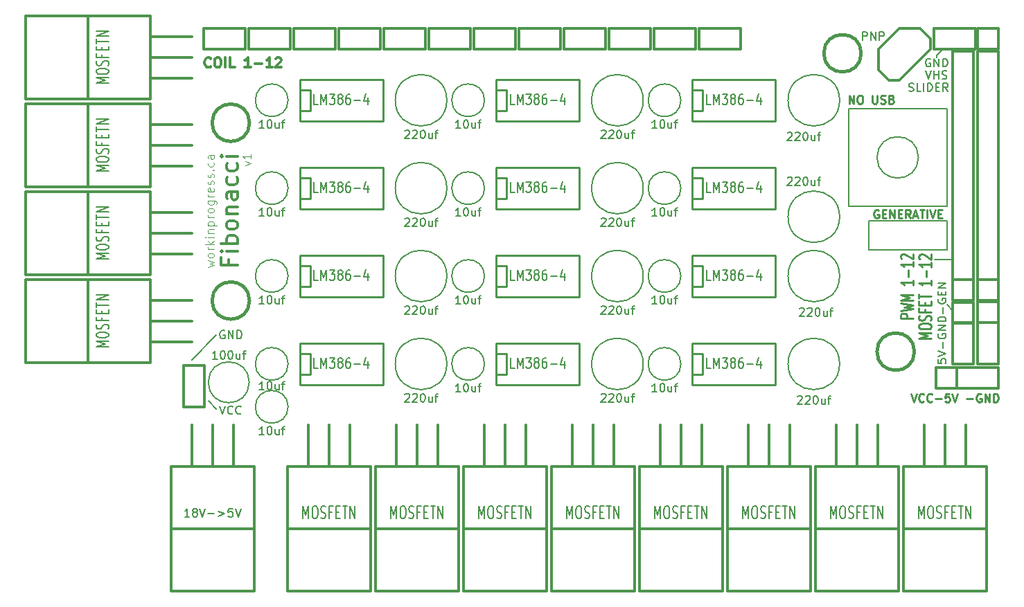
<source format=gto>
G04 (created by PCBNEW (2013-07-07 BZR 4022)-stable) date 4/3/2014 12:54:25 PM*
%MOIN*%
G04 Gerber Fmt 3.4, Leading zero omitted, Abs format*
%FSLAX34Y34*%
G01*
G70*
G90*
G04 APERTURE LIST*
%ADD10C,0.00590551*%
%ADD11C,0.00393701*%
%ADD12C,0.011811*%
%ADD13C,0.00787402*%
%ADD14C,0.00866142*%
%ADD15C,0.012*%
%ADD16C,0.0125*%
%ADD17C,0.01*%
%ADD18C,0.015*%
%ADD19C,0.008*%
%ADD20C,0.00984252*%
G04 APERTURE END LIST*
G54D10*
G54D11*
X60324Y-50944D02*
X60600Y-50866D01*
X60403Y-50787D01*
X60600Y-50708D01*
X60324Y-50629D01*
X60600Y-50413D02*
X60580Y-50452D01*
X60561Y-50472D01*
X60521Y-50492D01*
X60403Y-50492D01*
X60364Y-50472D01*
X60344Y-50452D01*
X60324Y-50413D01*
X60324Y-50354D01*
X60344Y-50314D01*
X60364Y-50295D01*
X60403Y-50275D01*
X60521Y-50275D01*
X60561Y-50295D01*
X60580Y-50314D01*
X60600Y-50354D01*
X60600Y-50413D01*
X60600Y-50098D02*
X60324Y-50098D01*
X60403Y-50098D02*
X60364Y-50078D01*
X60344Y-50059D01*
X60324Y-50019D01*
X60324Y-49980D01*
X60600Y-49842D02*
X60187Y-49842D01*
X60442Y-49803D02*
X60600Y-49685D01*
X60324Y-49685D02*
X60482Y-49842D01*
X60600Y-49507D02*
X60324Y-49507D01*
X60187Y-49507D02*
X60206Y-49527D01*
X60226Y-49507D01*
X60206Y-49488D01*
X60187Y-49507D01*
X60226Y-49507D01*
X60324Y-49311D02*
X60600Y-49311D01*
X60364Y-49311D02*
X60344Y-49291D01*
X60324Y-49251D01*
X60324Y-49192D01*
X60344Y-49153D01*
X60383Y-49133D01*
X60600Y-49133D01*
X60324Y-48937D02*
X60738Y-48937D01*
X60344Y-48937D02*
X60324Y-48897D01*
X60324Y-48818D01*
X60344Y-48779D01*
X60364Y-48759D01*
X60403Y-48740D01*
X60521Y-48740D01*
X60561Y-48759D01*
X60580Y-48779D01*
X60600Y-48818D01*
X60600Y-48897D01*
X60580Y-48937D01*
X60600Y-48562D02*
X60324Y-48562D01*
X60403Y-48562D02*
X60364Y-48543D01*
X60344Y-48523D01*
X60324Y-48484D01*
X60324Y-48444D01*
X60600Y-48248D02*
X60580Y-48287D01*
X60561Y-48307D01*
X60521Y-48326D01*
X60403Y-48326D01*
X60364Y-48307D01*
X60344Y-48287D01*
X60324Y-48248D01*
X60324Y-48188D01*
X60344Y-48149D01*
X60364Y-48129D01*
X60403Y-48110D01*
X60521Y-48110D01*
X60561Y-48129D01*
X60580Y-48149D01*
X60600Y-48188D01*
X60600Y-48248D01*
X60324Y-47755D02*
X60659Y-47755D01*
X60698Y-47775D01*
X60718Y-47795D01*
X60738Y-47834D01*
X60738Y-47893D01*
X60718Y-47933D01*
X60580Y-47755D02*
X60600Y-47795D01*
X60600Y-47874D01*
X60580Y-47913D01*
X60561Y-47933D01*
X60521Y-47952D01*
X60403Y-47952D01*
X60364Y-47933D01*
X60344Y-47913D01*
X60324Y-47874D01*
X60324Y-47795D01*
X60344Y-47755D01*
X60600Y-47559D02*
X60324Y-47559D01*
X60403Y-47559D02*
X60364Y-47539D01*
X60344Y-47519D01*
X60324Y-47480D01*
X60324Y-47440D01*
X60580Y-47145D02*
X60600Y-47185D01*
X60600Y-47263D01*
X60580Y-47303D01*
X60541Y-47322D01*
X60383Y-47322D01*
X60344Y-47303D01*
X60324Y-47263D01*
X60324Y-47185D01*
X60344Y-47145D01*
X60383Y-47125D01*
X60423Y-47125D01*
X60462Y-47322D01*
X60580Y-46968D02*
X60600Y-46929D01*
X60600Y-46850D01*
X60580Y-46811D01*
X60541Y-46791D01*
X60521Y-46791D01*
X60482Y-46811D01*
X60462Y-46850D01*
X60462Y-46909D01*
X60442Y-46948D01*
X60403Y-46968D01*
X60383Y-46968D01*
X60344Y-46948D01*
X60324Y-46909D01*
X60324Y-46850D01*
X60344Y-46811D01*
X60580Y-46633D02*
X60600Y-46594D01*
X60600Y-46515D01*
X60580Y-46476D01*
X60541Y-46456D01*
X60521Y-46456D01*
X60482Y-46476D01*
X60462Y-46515D01*
X60462Y-46574D01*
X60442Y-46614D01*
X60403Y-46633D01*
X60383Y-46633D01*
X60344Y-46614D01*
X60324Y-46574D01*
X60324Y-46515D01*
X60344Y-46476D01*
X60561Y-46279D02*
X60580Y-46259D01*
X60600Y-46279D01*
X60580Y-46299D01*
X60561Y-46279D01*
X60600Y-46279D01*
X60580Y-45905D02*
X60600Y-45944D01*
X60600Y-46023D01*
X60580Y-46062D01*
X60561Y-46082D01*
X60521Y-46102D01*
X60403Y-46102D01*
X60364Y-46082D01*
X60344Y-46062D01*
X60324Y-46023D01*
X60324Y-45944D01*
X60344Y-45905D01*
X60600Y-45551D02*
X60383Y-45551D01*
X60344Y-45570D01*
X60324Y-45610D01*
X60324Y-45688D01*
X60344Y-45728D01*
X60580Y-45551D02*
X60600Y-45590D01*
X60600Y-45688D01*
X60580Y-45728D01*
X60541Y-45748D01*
X60501Y-45748D01*
X60462Y-45728D01*
X60442Y-45688D01*
X60442Y-45590D01*
X60423Y-45551D01*
X62101Y-46048D02*
X62364Y-45955D01*
X62101Y-45861D01*
X62364Y-45505D02*
X62364Y-45730D01*
X62364Y-45617D02*
X61970Y-45617D01*
X62026Y-45655D01*
X62064Y-45692D01*
X62082Y-45730D01*
G54D12*
X61323Y-50590D02*
X61323Y-50853D01*
X61736Y-50853D02*
X60948Y-50853D01*
X60948Y-50478D01*
X61736Y-50178D02*
X61211Y-50178D01*
X60948Y-50178D02*
X60986Y-50215D01*
X61023Y-50178D01*
X60986Y-50140D01*
X60948Y-50178D01*
X61023Y-50178D01*
X61736Y-49803D02*
X60948Y-49803D01*
X61248Y-49803D02*
X61211Y-49728D01*
X61211Y-49578D01*
X61248Y-49503D01*
X61286Y-49465D01*
X61361Y-49428D01*
X61586Y-49428D01*
X61661Y-49465D01*
X61698Y-49503D01*
X61736Y-49578D01*
X61736Y-49728D01*
X61698Y-49803D01*
X61736Y-48978D02*
X61698Y-49053D01*
X61661Y-49090D01*
X61586Y-49128D01*
X61361Y-49128D01*
X61286Y-49090D01*
X61248Y-49053D01*
X61211Y-48978D01*
X61211Y-48865D01*
X61248Y-48790D01*
X61286Y-48753D01*
X61361Y-48715D01*
X61586Y-48715D01*
X61661Y-48753D01*
X61698Y-48790D01*
X61736Y-48865D01*
X61736Y-48978D01*
X61211Y-48378D02*
X61736Y-48378D01*
X61286Y-48378D02*
X61248Y-48340D01*
X61211Y-48265D01*
X61211Y-48153D01*
X61248Y-48078D01*
X61323Y-48040D01*
X61736Y-48040D01*
X61736Y-47328D02*
X61323Y-47328D01*
X61248Y-47365D01*
X61211Y-47440D01*
X61211Y-47590D01*
X61248Y-47665D01*
X61698Y-47328D02*
X61736Y-47403D01*
X61736Y-47590D01*
X61698Y-47665D01*
X61623Y-47703D01*
X61548Y-47703D01*
X61473Y-47665D01*
X61436Y-47590D01*
X61436Y-47403D01*
X61398Y-47328D01*
X61698Y-46616D02*
X61736Y-46691D01*
X61736Y-46841D01*
X61698Y-46916D01*
X61661Y-46953D01*
X61586Y-46991D01*
X61361Y-46991D01*
X61286Y-46953D01*
X61248Y-46916D01*
X61211Y-46841D01*
X61211Y-46691D01*
X61248Y-46616D01*
X61698Y-45941D02*
X61736Y-46016D01*
X61736Y-46166D01*
X61698Y-46241D01*
X61661Y-46278D01*
X61586Y-46316D01*
X61361Y-46316D01*
X61286Y-46278D01*
X61248Y-46241D01*
X61211Y-46166D01*
X61211Y-46016D01*
X61248Y-45941D01*
X61736Y-45603D02*
X61211Y-45603D01*
X60948Y-45603D02*
X60986Y-45641D01*
X61023Y-45603D01*
X60986Y-45566D01*
X60948Y-45603D01*
X61023Y-45603D01*
G54D13*
X96161Y-50590D02*
X95275Y-50590D01*
X95374Y-40748D02*
X95374Y-40846D01*
X95669Y-40452D02*
X95374Y-40748D01*
X94042Y-42463D02*
X94099Y-42482D01*
X94192Y-42482D01*
X94230Y-42463D01*
X94249Y-42444D01*
X94267Y-42407D01*
X94267Y-42369D01*
X94249Y-42332D01*
X94230Y-42313D01*
X94192Y-42294D01*
X94117Y-42275D01*
X94080Y-42257D01*
X94061Y-42238D01*
X94042Y-42200D01*
X94042Y-42163D01*
X94061Y-42125D01*
X94080Y-42107D01*
X94117Y-42088D01*
X94211Y-42088D01*
X94267Y-42107D01*
X94624Y-42482D02*
X94436Y-42482D01*
X94436Y-42088D01*
X94755Y-42482D02*
X94755Y-42088D01*
X94942Y-42482D02*
X94942Y-42088D01*
X95036Y-42088D01*
X95092Y-42107D01*
X95130Y-42144D01*
X95149Y-42182D01*
X95167Y-42257D01*
X95167Y-42313D01*
X95149Y-42388D01*
X95130Y-42425D01*
X95092Y-42463D01*
X95036Y-42482D01*
X94942Y-42482D01*
X95336Y-42275D02*
X95467Y-42275D01*
X95523Y-42482D02*
X95336Y-42482D01*
X95336Y-42088D01*
X95523Y-42088D01*
X95917Y-42482D02*
X95786Y-42294D01*
X95692Y-42482D02*
X95692Y-42088D01*
X95842Y-42088D01*
X95880Y-42107D01*
X95898Y-42125D01*
X95917Y-42163D01*
X95917Y-42219D01*
X95898Y-42257D01*
X95880Y-42275D01*
X95842Y-42294D01*
X95692Y-42294D01*
X94849Y-41497D02*
X94980Y-41891D01*
X95111Y-41497D01*
X95242Y-41891D02*
X95242Y-41497D01*
X95242Y-41685D02*
X95467Y-41685D01*
X95467Y-41891D02*
X95467Y-41497D01*
X95636Y-41872D02*
X95692Y-41891D01*
X95786Y-41891D01*
X95823Y-41872D01*
X95842Y-41854D01*
X95861Y-41816D01*
X95861Y-41779D01*
X95842Y-41741D01*
X95823Y-41722D01*
X95786Y-41704D01*
X95711Y-41685D01*
X95673Y-41666D01*
X95655Y-41647D01*
X95636Y-41610D01*
X95636Y-41572D01*
X95655Y-41535D01*
X95673Y-41516D01*
X95711Y-41497D01*
X95805Y-41497D01*
X95861Y-41516D01*
X95074Y-40926D02*
X95036Y-40907D01*
X94980Y-40907D01*
X94924Y-40926D01*
X94886Y-40963D01*
X94867Y-41001D01*
X94849Y-41076D01*
X94849Y-41132D01*
X94867Y-41207D01*
X94886Y-41244D01*
X94924Y-41282D01*
X94980Y-41301D01*
X95017Y-41301D01*
X95074Y-41282D01*
X95092Y-41263D01*
X95092Y-41132D01*
X95017Y-41132D01*
X95261Y-41301D02*
X95261Y-40907D01*
X95486Y-41301D01*
X95486Y-40907D01*
X95673Y-41301D02*
X95673Y-40907D01*
X95767Y-40907D01*
X95823Y-40926D01*
X95861Y-40963D01*
X95880Y-41001D01*
X95898Y-41076D01*
X95898Y-41132D01*
X95880Y-41207D01*
X95861Y-41244D01*
X95823Y-41282D01*
X95767Y-41301D01*
X95673Y-41301D01*
X96161Y-53051D02*
X95866Y-52755D01*
X95434Y-55385D02*
X95434Y-55572D01*
X95622Y-55591D01*
X95603Y-55572D01*
X95584Y-55535D01*
X95584Y-55441D01*
X95603Y-55404D01*
X95622Y-55385D01*
X95659Y-55366D01*
X95753Y-55366D01*
X95791Y-55385D01*
X95809Y-55404D01*
X95828Y-55441D01*
X95828Y-55535D01*
X95809Y-55572D01*
X95791Y-55591D01*
X95434Y-55254D02*
X95828Y-55122D01*
X95434Y-54991D01*
X95678Y-54860D02*
X95678Y-54560D01*
X95453Y-54166D02*
X95434Y-54204D01*
X95434Y-54260D01*
X95453Y-54316D01*
X95491Y-54354D01*
X95528Y-54372D01*
X95603Y-54391D01*
X95659Y-54391D01*
X95734Y-54372D01*
X95772Y-54354D01*
X95809Y-54316D01*
X95828Y-54260D01*
X95828Y-54222D01*
X95809Y-54166D01*
X95791Y-54147D01*
X95659Y-54147D01*
X95659Y-54222D01*
X95828Y-53979D02*
X95434Y-53979D01*
X95828Y-53754D01*
X95434Y-53754D01*
X95828Y-53566D02*
X95434Y-53566D01*
X95434Y-53473D01*
X95453Y-53416D01*
X95491Y-53379D01*
X95528Y-53360D01*
X95603Y-53341D01*
X95659Y-53341D01*
X95734Y-53360D01*
X95772Y-53379D01*
X95809Y-53416D01*
X95828Y-53473D01*
X95828Y-53566D01*
X95678Y-53173D02*
X95678Y-52873D01*
X95453Y-52479D02*
X95434Y-52516D01*
X95434Y-52573D01*
X95453Y-52629D01*
X95491Y-52666D01*
X95528Y-52685D01*
X95603Y-52704D01*
X95659Y-52704D01*
X95734Y-52685D01*
X95772Y-52666D01*
X95809Y-52629D01*
X95828Y-52573D01*
X95828Y-52535D01*
X95809Y-52479D01*
X95791Y-52460D01*
X95659Y-52460D01*
X95659Y-52535D01*
X95622Y-52291D02*
X95622Y-52160D01*
X95828Y-52104D02*
X95828Y-52291D01*
X95434Y-52291D01*
X95434Y-52104D01*
X95828Y-51935D02*
X95434Y-51935D01*
X95828Y-51710D01*
X95434Y-51710D01*
G54D14*
X94141Y-57049D02*
X94272Y-57442D01*
X94403Y-57049D01*
X94760Y-57405D02*
X94741Y-57424D01*
X94685Y-57442D01*
X94647Y-57442D01*
X94591Y-57424D01*
X94553Y-57386D01*
X94535Y-57349D01*
X94516Y-57274D01*
X94516Y-57217D01*
X94535Y-57142D01*
X94553Y-57105D01*
X94591Y-57067D01*
X94647Y-57049D01*
X94685Y-57049D01*
X94741Y-57067D01*
X94760Y-57086D01*
X95153Y-57405D02*
X95134Y-57424D01*
X95078Y-57442D01*
X95041Y-57442D01*
X94985Y-57424D01*
X94947Y-57386D01*
X94928Y-57349D01*
X94910Y-57274D01*
X94910Y-57217D01*
X94928Y-57142D01*
X94947Y-57105D01*
X94985Y-57067D01*
X95041Y-57049D01*
X95078Y-57049D01*
X95134Y-57067D01*
X95153Y-57086D01*
X95322Y-57292D02*
X95622Y-57292D01*
X95997Y-57049D02*
X95809Y-57049D01*
X95791Y-57236D01*
X95809Y-57217D01*
X95847Y-57199D01*
X95941Y-57199D01*
X95978Y-57217D01*
X95997Y-57236D01*
X96016Y-57274D01*
X96016Y-57367D01*
X95997Y-57405D01*
X95978Y-57424D01*
X95941Y-57442D01*
X95847Y-57442D01*
X95809Y-57424D01*
X95791Y-57405D01*
X96128Y-57049D02*
X96259Y-57442D01*
X96391Y-57049D01*
X96822Y-57292D02*
X97122Y-57292D01*
X97515Y-57067D02*
X97478Y-57049D01*
X97422Y-57049D01*
X97365Y-57067D01*
X97328Y-57105D01*
X97309Y-57142D01*
X97290Y-57217D01*
X97290Y-57274D01*
X97309Y-57349D01*
X97328Y-57386D01*
X97365Y-57424D01*
X97422Y-57442D01*
X97459Y-57442D01*
X97515Y-57424D01*
X97534Y-57405D01*
X97534Y-57274D01*
X97459Y-57274D01*
X97703Y-57442D02*
X97703Y-57049D01*
X97928Y-57442D01*
X97928Y-57049D01*
X98115Y-57442D02*
X98115Y-57049D01*
X98209Y-57049D01*
X98265Y-57067D01*
X98303Y-57105D01*
X98322Y-57142D01*
X98340Y-57217D01*
X98340Y-57274D01*
X98322Y-57349D01*
X98303Y-57386D01*
X98265Y-57424D01*
X98209Y-57442D01*
X98115Y-57442D01*
G54D13*
X60892Y-57639D02*
X61023Y-58033D01*
X61154Y-57639D01*
X61511Y-57995D02*
X61492Y-58014D01*
X61436Y-58033D01*
X61398Y-58033D01*
X61342Y-58014D01*
X61304Y-57977D01*
X61286Y-57939D01*
X61267Y-57864D01*
X61267Y-57808D01*
X61286Y-57733D01*
X61304Y-57695D01*
X61342Y-57658D01*
X61398Y-57639D01*
X61436Y-57639D01*
X61492Y-57658D01*
X61511Y-57677D01*
X61904Y-57995D02*
X61886Y-58014D01*
X61829Y-58033D01*
X61792Y-58033D01*
X61736Y-58014D01*
X61698Y-57977D01*
X61679Y-57939D01*
X61661Y-57864D01*
X61661Y-57808D01*
X61679Y-57733D01*
X61698Y-57695D01*
X61736Y-57658D01*
X61792Y-57639D01*
X61829Y-57639D01*
X61886Y-57658D01*
X61904Y-57677D01*
X60334Y-57381D02*
X60728Y-57775D01*
X61117Y-54016D02*
X61079Y-53997D01*
X61023Y-53997D01*
X60967Y-54016D01*
X60929Y-54054D01*
X60911Y-54091D01*
X60892Y-54166D01*
X60892Y-54222D01*
X60911Y-54297D01*
X60929Y-54335D01*
X60967Y-54372D01*
X61023Y-54391D01*
X61061Y-54391D01*
X61117Y-54372D01*
X61136Y-54354D01*
X61136Y-54222D01*
X61061Y-54222D01*
X61304Y-54391D02*
X61304Y-53997D01*
X61529Y-54391D01*
X61529Y-53997D01*
X61717Y-54391D02*
X61717Y-53997D01*
X61811Y-53997D01*
X61867Y-54016D01*
X61904Y-54054D01*
X61923Y-54091D01*
X61942Y-54166D01*
X61942Y-54222D01*
X61923Y-54297D01*
X61904Y-54335D01*
X61867Y-54372D01*
X61811Y-54391D01*
X61717Y-54391D01*
X59547Y-55413D02*
X60728Y-54232D01*
G54D12*
X60455Y-41287D02*
X60433Y-41310D01*
X60365Y-41332D01*
X60320Y-41332D01*
X60253Y-41310D01*
X60208Y-41265D01*
X60185Y-41220D01*
X60163Y-41130D01*
X60163Y-41062D01*
X60185Y-40973D01*
X60208Y-40928D01*
X60253Y-40883D01*
X60320Y-40860D01*
X60365Y-40860D01*
X60433Y-40883D01*
X60455Y-40905D01*
X60748Y-40860D02*
X60838Y-40860D01*
X60883Y-40883D01*
X60928Y-40928D01*
X60950Y-41017D01*
X60950Y-41175D01*
X60928Y-41265D01*
X60883Y-41310D01*
X60838Y-41332D01*
X60748Y-41332D01*
X60703Y-41310D01*
X60658Y-41265D01*
X60635Y-41175D01*
X60635Y-41017D01*
X60658Y-40928D01*
X60703Y-40883D01*
X60748Y-40860D01*
X61152Y-41332D02*
X61152Y-40860D01*
X61602Y-41332D02*
X61377Y-41332D01*
X61377Y-40860D01*
X62367Y-41332D02*
X62097Y-41332D01*
X62232Y-41332D02*
X62232Y-40860D01*
X62187Y-40928D01*
X62142Y-40973D01*
X62097Y-40995D01*
X62570Y-41152D02*
X62930Y-41152D01*
X63402Y-41332D02*
X63132Y-41332D01*
X63267Y-41332D02*
X63267Y-40860D01*
X63222Y-40928D01*
X63177Y-40973D01*
X63132Y-40995D01*
X63582Y-40905D02*
X63605Y-40883D01*
X63650Y-40860D01*
X63762Y-40860D01*
X63807Y-40883D01*
X63830Y-40905D01*
X63852Y-40950D01*
X63852Y-40995D01*
X63830Y-41062D01*
X63560Y-41332D01*
X63852Y-41332D01*
G54D15*
X93594Y-41944D02*
X95094Y-40444D01*
X95094Y-40444D02*
X95094Y-39944D01*
X95094Y-39944D02*
X94594Y-39444D01*
X94594Y-39444D02*
X93594Y-39444D01*
X93594Y-39444D02*
X92594Y-40444D01*
X92594Y-40444D02*
X92594Y-41444D01*
X92594Y-41444D02*
X93094Y-41944D01*
X93094Y-41944D02*
X93594Y-41944D01*
X84070Y-58562D02*
X84070Y-60562D01*
X83070Y-58562D02*
X83070Y-60562D01*
X82070Y-58562D02*
X82070Y-60562D01*
X85070Y-60562D02*
X85070Y-66562D01*
X85070Y-66562D02*
X81070Y-66562D01*
X81070Y-66562D02*
X81070Y-60562D01*
X81070Y-60562D02*
X85070Y-60562D01*
X81070Y-63562D02*
X85070Y-63562D01*
X96767Y-58562D02*
X96767Y-60562D01*
X95767Y-58562D02*
X95767Y-60562D01*
X94767Y-58562D02*
X94767Y-60562D01*
X97767Y-60562D02*
X97767Y-66562D01*
X97767Y-66562D02*
X93767Y-66562D01*
X93767Y-66562D02*
X93767Y-60562D01*
X93767Y-60562D02*
X97767Y-60562D01*
X93767Y-63562D02*
X97767Y-63562D01*
X59547Y-46078D02*
X57547Y-46078D01*
X59547Y-45078D02*
X57547Y-45078D01*
X59547Y-44078D02*
X57547Y-44078D01*
X57547Y-47078D02*
X51547Y-47078D01*
X51547Y-47078D02*
X51547Y-43078D01*
X51547Y-43078D02*
X57547Y-43078D01*
X57547Y-43078D02*
X57547Y-47078D01*
X54547Y-43078D02*
X54547Y-47078D01*
X71374Y-58562D02*
X71374Y-60562D01*
X70374Y-58562D02*
X70374Y-60562D01*
X69374Y-58562D02*
X69374Y-60562D01*
X72374Y-60562D02*
X72374Y-66562D01*
X72374Y-66562D02*
X68374Y-66562D01*
X68374Y-66562D02*
X68374Y-60562D01*
X68374Y-60562D02*
X72374Y-60562D01*
X68374Y-63562D02*
X72374Y-63562D01*
X59547Y-50311D02*
X57547Y-50311D01*
X59547Y-49311D02*
X57547Y-49311D01*
X59547Y-48311D02*
X57547Y-48311D01*
X57547Y-51311D02*
X51547Y-51311D01*
X51547Y-51311D02*
X51547Y-47311D01*
X51547Y-47311D02*
X57547Y-47311D01*
X57547Y-47311D02*
X57547Y-51311D01*
X54547Y-47311D02*
X54547Y-51311D01*
X75606Y-58562D02*
X75606Y-60562D01*
X74606Y-58562D02*
X74606Y-60562D01*
X73606Y-58562D02*
X73606Y-60562D01*
X76606Y-60562D02*
X76606Y-66562D01*
X76606Y-66562D02*
X72606Y-66562D01*
X72606Y-66562D02*
X72606Y-60562D01*
X72606Y-60562D02*
X76606Y-60562D01*
X72606Y-63562D02*
X76606Y-63562D01*
X92535Y-58562D02*
X92535Y-60562D01*
X91535Y-58562D02*
X91535Y-60562D01*
X90535Y-58562D02*
X90535Y-60562D01*
X93535Y-60562D02*
X93535Y-66562D01*
X93535Y-66562D02*
X89535Y-66562D01*
X89535Y-66562D02*
X89535Y-60562D01*
X89535Y-60562D02*
X93535Y-60562D01*
X89535Y-63562D02*
X93535Y-63562D01*
X59547Y-54543D02*
X57547Y-54543D01*
X59547Y-53543D02*
X57547Y-53543D01*
X59547Y-52543D02*
X57547Y-52543D01*
X57547Y-55543D02*
X51547Y-55543D01*
X51547Y-55543D02*
X51547Y-51543D01*
X51547Y-51543D02*
X57547Y-51543D01*
X57547Y-51543D02*
X57547Y-55543D01*
X54547Y-51543D02*
X54547Y-55543D01*
X59547Y-41846D02*
X57547Y-41846D01*
X59547Y-40846D02*
X57547Y-40846D01*
X59547Y-39846D02*
X57547Y-39846D01*
X57547Y-42846D02*
X51547Y-42846D01*
X51547Y-42846D02*
X51547Y-38846D01*
X51547Y-38846D02*
X57547Y-38846D01*
X57547Y-38846D02*
X57547Y-42846D01*
X54547Y-38846D02*
X54547Y-42846D01*
X79838Y-58562D02*
X79838Y-60562D01*
X78838Y-58562D02*
X78838Y-60562D01*
X77838Y-58562D02*
X77838Y-60562D01*
X80838Y-60562D02*
X80838Y-66562D01*
X80838Y-66562D02*
X76838Y-66562D01*
X76838Y-66562D02*
X76838Y-60562D01*
X76838Y-60562D02*
X80838Y-60562D01*
X76838Y-63562D02*
X80838Y-63562D01*
X88303Y-58562D02*
X88303Y-60562D01*
X87303Y-58562D02*
X87303Y-60562D01*
X86303Y-58562D02*
X86303Y-60562D01*
X89303Y-60562D02*
X89303Y-66562D01*
X89303Y-66562D02*
X85303Y-66562D01*
X85303Y-66562D02*
X85303Y-60562D01*
X85303Y-60562D02*
X89303Y-60562D01*
X85303Y-63562D02*
X89303Y-63562D01*
X67141Y-58562D02*
X67141Y-60562D01*
X66141Y-58562D02*
X66141Y-60562D01*
X65141Y-58562D02*
X65141Y-60562D01*
X68141Y-60562D02*
X68141Y-66562D01*
X68141Y-66562D02*
X64141Y-66562D01*
X64141Y-66562D02*
X64141Y-60562D01*
X64141Y-60562D02*
X68141Y-60562D01*
X64141Y-63562D02*
X68141Y-63562D01*
X61531Y-58562D02*
X61531Y-60562D01*
X60531Y-58562D02*
X60531Y-60562D01*
X59531Y-58562D02*
X59531Y-60562D01*
X58531Y-60562D02*
X58531Y-66562D01*
X58531Y-66562D02*
X62531Y-66562D01*
X62531Y-66562D02*
X62531Y-60562D01*
X62531Y-60562D02*
X58531Y-60562D01*
X59031Y-63562D02*
X62531Y-63562D01*
X59031Y-63562D02*
X58531Y-63562D01*
X97334Y-52633D02*
X98334Y-52633D01*
X98334Y-52633D02*
X98334Y-55633D01*
X98334Y-55633D02*
X97334Y-55633D01*
X97334Y-55633D02*
X97334Y-52633D01*
X98334Y-53633D02*
X97334Y-53633D01*
X66618Y-40460D02*
X66618Y-39460D01*
X66618Y-39460D02*
X68618Y-39460D01*
X68618Y-39460D02*
X68618Y-40460D01*
X68618Y-40460D02*
X66618Y-40460D01*
X77444Y-40460D02*
X77444Y-39460D01*
X77444Y-39460D02*
X79444Y-39460D01*
X79444Y-39460D02*
X79444Y-40460D01*
X79444Y-40460D02*
X77444Y-40460D01*
X62287Y-40460D02*
X62287Y-39460D01*
X62287Y-39460D02*
X64287Y-39460D01*
X64287Y-39460D02*
X64287Y-40460D01*
X64287Y-40460D02*
X62287Y-40460D01*
X68783Y-40460D02*
X68783Y-39460D01*
X68783Y-39460D02*
X70783Y-39460D01*
X70783Y-39460D02*
X70783Y-40460D01*
X70783Y-40460D02*
X68783Y-40460D01*
X81775Y-40460D02*
X81775Y-39460D01*
X81775Y-39460D02*
X83775Y-39460D01*
X83775Y-39460D02*
X83775Y-40460D01*
X83775Y-40460D02*
X81775Y-40460D01*
X64452Y-40460D02*
X64452Y-39460D01*
X64452Y-39460D02*
X66452Y-39460D01*
X66452Y-39460D02*
X66452Y-40460D01*
X66452Y-40460D02*
X64452Y-40460D01*
X79610Y-40460D02*
X79610Y-39460D01*
X79610Y-39460D02*
X81610Y-39460D01*
X81610Y-39460D02*
X81610Y-40460D01*
X81610Y-40460D02*
X79610Y-40460D01*
X70948Y-40460D02*
X70948Y-39460D01*
X70948Y-39460D02*
X72948Y-39460D01*
X72948Y-39460D02*
X72948Y-40460D01*
X72948Y-40460D02*
X70948Y-40460D01*
X97259Y-39460D02*
X97259Y-40460D01*
X97259Y-40460D02*
X95259Y-40460D01*
X95259Y-40460D02*
X95259Y-39460D01*
X95259Y-39460D02*
X97259Y-39460D01*
X97153Y-55625D02*
X96153Y-55625D01*
X96153Y-55625D02*
X96153Y-53625D01*
X96153Y-53625D02*
X97153Y-53625D01*
X97153Y-53625D02*
X97153Y-55625D01*
X75279Y-40460D02*
X75279Y-39460D01*
X75279Y-39460D02*
X77279Y-39460D01*
X77279Y-39460D02*
X77279Y-40460D01*
X77279Y-40460D02*
X75279Y-40460D01*
X83940Y-40460D02*
X83940Y-39460D01*
X83940Y-39460D02*
X85940Y-39460D01*
X85940Y-39460D02*
X85940Y-40460D01*
X85940Y-40460D02*
X83940Y-40460D01*
X60122Y-40460D02*
X60122Y-39460D01*
X60122Y-39460D02*
X62122Y-39460D01*
X62122Y-39460D02*
X62122Y-40460D01*
X62122Y-40460D02*
X60122Y-40460D01*
X73114Y-40460D02*
X73114Y-39460D01*
X73114Y-39460D02*
X75114Y-39460D01*
X75114Y-39460D02*
X75114Y-40460D01*
X75114Y-40460D02*
X73114Y-40460D01*
X60145Y-57692D02*
X59145Y-57692D01*
X59145Y-57692D02*
X59145Y-55692D01*
X59145Y-55692D02*
X60145Y-55692D01*
X60145Y-55692D02*
X60145Y-57692D01*
X97153Y-52555D02*
X97153Y-52555D01*
X97153Y-52555D02*
X96153Y-52555D01*
X96153Y-52555D02*
X96153Y-42555D01*
X97153Y-42555D02*
X97153Y-52555D01*
X97153Y-51555D02*
X96153Y-51555D01*
X96153Y-42555D02*
X96153Y-40805D01*
X96153Y-40805D02*
X96153Y-40555D01*
X96153Y-40555D02*
X97153Y-40555D01*
X97153Y-40555D02*
X97153Y-42555D01*
X98334Y-52555D02*
X98334Y-52555D01*
X98334Y-52555D02*
X97334Y-52555D01*
X97334Y-52555D02*
X97334Y-42555D01*
X98334Y-42555D02*
X98334Y-52555D01*
X98334Y-51555D02*
X97334Y-51555D01*
X97334Y-42555D02*
X97334Y-40805D01*
X97334Y-40805D02*
X97334Y-40555D01*
X97334Y-40555D02*
X98334Y-40555D01*
X98334Y-40555D02*
X98334Y-42555D01*
G54D16*
X97334Y-40460D02*
X98334Y-40460D01*
X97334Y-39460D02*
X98334Y-39460D01*
G54D15*
X97334Y-40460D02*
X97334Y-39460D01*
X98334Y-39460D02*
X98334Y-40460D01*
G54D17*
X83629Y-46645D02*
X84129Y-46645D01*
X84129Y-46645D02*
X84129Y-47645D01*
X84129Y-47645D02*
X83629Y-47645D01*
X83629Y-46145D02*
X87629Y-46145D01*
X87629Y-46145D02*
X87629Y-48145D01*
X87629Y-48145D02*
X83629Y-48145D01*
X83629Y-48145D02*
X83629Y-46145D01*
X74181Y-42413D02*
X74681Y-42413D01*
X74681Y-42413D02*
X74681Y-43413D01*
X74681Y-43413D02*
X74181Y-43413D01*
X74181Y-41913D02*
X78181Y-41913D01*
X78181Y-41913D02*
X78181Y-43913D01*
X78181Y-43913D02*
X74181Y-43913D01*
X74181Y-43913D02*
X74181Y-41913D01*
X74181Y-50877D02*
X74681Y-50877D01*
X74681Y-50877D02*
X74681Y-51877D01*
X74681Y-51877D02*
X74181Y-51877D01*
X74181Y-50377D02*
X78181Y-50377D01*
X78181Y-50377D02*
X78181Y-52377D01*
X78181Y-52377D02*
X74181Y-52377D01*
X74181Y-52377D02*
X74181Y-50377D01*
X83629Y-50877D02*
X84129Y-50877D01*
X84129Y-50877D02*
X84129Y-51877D01*
X84129Y-51877D02*
X83629Y-51877D01*
X83629Y-50377D02*
X87629Y-50377D01*
X87629Y-50377D02*
X87629Y-52377D01*
X87629Y-52377D02*
X83629Y-52377D01*
X83629Y-52377D02*
X83629Y-50377D01*
X83629Y-42413D02*
X84129Y-42413D01*
X84129Y-42413D02*
X84129Y-43413D01*
X84129Y-43413D02*
X83629Y-43413D01*
X83629Y-41913D02*
X87629Y-41913D01*
X87629Y-41913D02*
X87629Y-43913D01*
X87629Y-43913D02*
X83629Y-43913D01*
X83629Y-43913D02*
X83629Y-41913D01*
X83629Y-55110D02*
X84129Y-55110D01*
X84129Y-55110D02*
X84129Y-56110D01*
X84129Y-56110D02*
X83629Y-56110D01*
X83629Y-54610D02*
X87629Y-54610D01*
X87629Y-54610D02*
X87629Y-56610D01*
X87629Y-56610D02*
X83629Y-56610D01*
X83629Y-56610D02*
X83629Y-54610D01*
X64732Y-55110D02*
X65232Y-55110D01*
X65232Y-55110D02*
X65232Y-56110D01*
X65232Y-56110D02*
X64732Y-56110D01*
X64732Y-54610D02*
X68732Y-54610D01*
X68732Y-54610D02*
X68732Y-56610D01*
X68732Y-56610D02*
X64732Y-56610D01*
X64732Y-56610D02*
X64732Y-54610D01*
X74181Y-46645D02*
X74681Y-46645D01*
X74681Y-46645D02*
X74681Y-47645D01*
X74681Y-47645D02*
X74181Y-47645D01*
X74181Y-46145D02*
X78181Y-46145D01*
X78181Y-46145D02*
X78181Y-48145D01*
X78181Y-48145D02*
X74181Y-48145D01*
X74181Y-48145D02*
X74181Y-46145D01*
X64732Y-50877D02*
X65232Y-50877D01*
X65232Y-50877D02*
X65232Y-51877D01*
X65232Y-51877D02*
X64732Y-51877D01*
X64732Y-50377D02*
X68732Y-50377D01*
X68732Y-50377D02*
X68732Y-52377D01*
X68732Y-52377D02*
X64732Y-52377D01*
X64732Y-52377D02*
X64732Y-50377D01*
X64732Y-46645D02*
X65232Y-46645D01*
X65232Y-46645D02*
X65232Y-47645D01*
X65232Y-47645D02*
X64732Y-47645D01*
X64732Y-46145D02*
X68732Y-46145D01*
X68732Y-46145D02*
X68732Y-48145D01*
X68732Y-48145D02*
X64732Y-48145D01*
X64732Y-48145D02*
X64732Y-46145D01*
X64732Y-42413D02*
X65232Y-42413D01*
X65232Y-42413D02*
X65232Y-43413D01*
X65232Y-43413D02*
X64732Y-43413D01*
X64732Y-41913D02*
X68732Y-41913D01*
X68732Y-41913D02*
X68732Y-43913D01*
X68732Y-43913D02*
X64732Y-43913D01*
X64732Y-43913D02*
X64732Y-41913D01*
X74181Y-55110D02*
X74681Y-55110D01*
X74681Y-55110D02*
X74681Y-56110D01*
X74681Y-56110D02*
X74181Y-56110D01*
X74181Y-54610D02*
X78181Y-54610D01*
X78181Y-54610D02*
X78181Y-56610D01*
X78181Y-56610D02*
X74181Y-56610D01*
X74181Y-56610D02*
X74181Y-54610D01*
G54D10*
X64173Y-51377D02*
G75*
G03X64173Y-51377I-787J0D01*
G74*
G01*
X64173Y-55610D02*
G75*
G03X64173Y-55610I-787J0D01*
G74*
G01*
X83070Y-42913D02*
G75*
G03X83070Y-42913I-787J0D01*
G74*
G01*
X83070Y-47145D02*
G75*
G03X83070Y-47145I-787J0D01*
G74*
G01*
X73622Y-42913D02*
G75*
G03X73622Y-42913I-787J0D01*
G74*
G01*
X73622Y-51377D02*
G75*
G03X73622Y-51377I-787J0D01*
G74*
G01*
X64173Y-47145D02*
G75*
G03X64173Y-47145I-787J0D01*
G74*
G01*
X73622Y-47145D02*
G75*
G03X73622Y-47145I-787J0D01*
G74*
G01*
X83070Y-51377D02*
G75*
G03X83070Y-51377I-787J0D01*
G74*
G01*
X64173Y-57677D02*
G75*
G03X64173Y-57677I-787J0D01*
G74*
G01*
X73622Y-55610D02*
G75*
G03X73622Y-55610I-787J0D01*
G74*
G01*
X64173Y-42913D02*
G75*
G03X64173Y-42913I-787J0D01*
G74*
G01*
X83070Y-55610D02*
G75*
G03X83070Y-55610I-787J0D01*
G74*
G01*
X62303Y-56496D02*
G75*
G03X62303Y-56496I-984J0D01*
G74*
G01*
X81260Y-47145D02*
G75*
G03X81260Y-47145I-1241J0D01*
G74*
G01*
X90709Y-42913D02*
G75*
G03X90709Y-42913I-1241J0D01*
G74*
G01*
X71811Y-55610D02*
G75*
G03X71811Y-55610I-1241J0D01*
G74*
G01*
X90709Y-48523D02*
G75*
G03X90709Y-48523I-1241J0D01*
G74*
G01*
X71811Y-51377D02*
G75*
G03X71811Y-51377I-1241J0D01*
G74*
G01*
X90709Y-51377D02*
G75*
G03X90709Y-51377I-1241J0D01*
G74*
G01*
X71811Y-47145D02*
G75*
G03X71811Y-47145I-1241J0D01*
G74*
G01*
X71811Y-42913D02*
G75*
G03X71811Y-42913I-1241J0D01*
G74*
G01*
X90709Y-55610D02*
G75*
G03X90709Y-55610I-1241J0D01*
G74*
G01*
X81260Y-42913D02*
G75*
G03X81260Y-42913I-1241J0D01*
G74*
G01*
X81260Y-55610D02*
G75*
G03X81260Y-55610I-1241J0D01*
G74*
G01*
X81260Y-51377D02*
G75*
G03X81260Y-51377I-1241J0D01*
G74*
G01*
G54D18*
X94305Y-55019D02*
G75*
G03X94305Y-55019I-900J0D01*
G74*
G01*
X62317Y-52559D02*
G75*
G03X62317Y-52559I-900J0D01*
G74*
G01*
X62317Y-43996D02*
G75*
G03X62317Y-43996I-900J0D01*
G74*
G01*
X91746Y-40649D02*
G75*
G03X91746Y-40649I-900J0D01*
G74*
G01*
G54D15*
X95350Y-56799D02*
X95350Y-55799D01*
X95350Y-55799D02*
X98350Y-55799D01*
X98350Y-55799D02*
X98350Y-56799D01*
X98350Y-56799D02*
X95350Y-56799D01*
X96350Y-55799D02*
X96350Y-56799D01*
G54D16*
X96153Y-53649D02*
X97153Y-53649D01*
X96153Y-52649D02*
X97153Y-52649D01*
G54D15*
X96153Y-53649D02*
X96153Y-52649D01*
X97153Y-52649D02*
X97153Y-53649D01*
G54D10*
X94498Y-45665D02*
G75*
G03X94498Y-45665I-994J0D01*
G74*
G01*
X95866Y-48031D02*
X91141Y-48031D01*
X91141Y-48031D02*
X91141Y-43311D01*
X91141Y-43311D02*
X95866Y-43307D01*
X95866Y-43307D02*
X95866Y-48031D01*
X92106Y-48712D02*
X95885Y-48712D01*
X95885Y-48712D02*
X95885Y-50106D01*
X95885Y-50106D02*
X92106Y-50106D01*
X92106Y-50106D02*
X92106Y-48712D01*
G54D19*
X91808Y-40024D02*
X91808Y-39624D01*
X91960Y-39624D01*
X91999Y-39643D01*
X92018Y-39662D01*
X92037Y-39700D01*
X92037Y-39757D01*
X92018Y-39795D01*
X91999Y-39814D01*
X91960Y-39833D01*
X91808Y-39833D01*
X92208Y-40024D02*
X92208Y-39624D01*
X92437Y-40024D01*
X92437Y-39624D01*
X92627Y-40024D02*
X92627Y-39624D01*
X92779Y-39624D01*
X92818Y-39643D01*
X92837Y-39662D01*
X92856Y-39700D01*
X92856Y-39757D01*
X92837Y-39795D01*
X92818Y-39814D01*
X92779Y-39833D01*
X92627Y-39833D01*
X81823Y-63055D02*
X81823Y-62455D01*
X81956Y-62884D01*
X82089Y-62455D01*
X82089Y-63055D01*
X82356Y-62455D02*
X82432Y-62455D01*
X82470Y-62484D01*
X82508Y-62541D01*
X82528Y-62655D01*
X82528Y-62855D01*
X82508Y-62970D01*
X82470Y-63027D01*
X82432Y-63055D01*
X82356Y-63055D01*
X82318Y-63027D01*
X82280Y-62970D01*
X82261Y-62855D01*
X82261Y-62655D01*
X82280Y-62541D01*
X82318Y-62484D01*
X82356Y-62455D01*
X82680Y-63027D02*
X82737Y-63055D01*
X82832Y-63055D01*
X82870Y-63027D01*
X82889Y-62998D01*
X82908Y-62941D01*
X82908Y-62884D01*
X82889Y-62827D01*
X82870Y-62798D01*
X82832Y-62770D01*
X82756Y-62741D01*
X82718Y-62712D01*
X82699Y-62684D01*
X82680Y-62627D01*
X82680Y-62570D01*
X82699Y-62512D01*
X82718Y-62484D01*
X82756Y-62455D01*
X82851Y-62455D01*
X82908Y-62484D01*
X83213Y-62741D02*
X83080Y-62741D01*
X83080Y-63055D02*
X83080Y-62455D01*
X83270Y-62455D01*
X83423Y-62741D02*
X83556Y-62741D01*
X83613Y-63055D02*
X83423Y-63055D01*
X83423Y-62455D01*
X83613Y-62455D01*
X83728Y-62455D02*
X83956Y-62455D01*
X83842Y-63055D02*
X83842Y-62455D01*
X84089Y-63055D02*
X84089Y-62455D01*
X84318Y-63055D01*
X84318Y-62455D01*
X94520Y-63055D02*
X94520Y-62455D01*
X94653Y-62884D01*
X94786Y-62455D01*
X94786Y-63055D01*
X95053Y-62455D02*
X95129Y-62455D01*
X95167Y-62484D01*
X95205Y-62541D01*
X95224Y-62655D01*
X95224Y-62855D01*
X95205Y-62970D01*
X95167Y-63027D01*
X95129Y-63055D01*
X95053Y-63055D01*
X95015Y-63027D01*
X94977Y-62970D01*
X94958Y-62855D01*
X94958Y-62655D01*
X94977Y-62541D01*
X95015Y-62484D01*
X95053Y-62455D01*
X95377Y-63027D02*
X95434Y-63055D01*
X95529Y-63055D01*
X95567Y-63027D01*
X95586Y-62998D01*
X95605Y-62941D01*
X95605Y-62884D01*
X95586Y-62827D01*
X95567Y-62798D01*
X95529Y-62770D01*
X95453Y-62741D01*
X95415Y-62712D01*
X95396Y-62684D01*
X95377Y-62627D01*
X95377Y-62570D01*
X95396Y-62512D01*
X95415Y-62484D01*
X95453Y-62455D01*
X95548Y-62455D01*
X95605Y-62484D01*
X95910Y-62741D02*
X95777Y-62741D01*
X95777Y-63055D02*
X95777Y-62455D01*
X95967Y-62455D01*
X96120Y-62741D02*
X96253Y-62741D01*
X96310Y-63055D02*
X96120Y-63055D01*
X96120Y-62455D01*
X96310Y-62455D01*
X96424Y-62455D02*
X96653Y-62455D01*
X96539Y-63055D02*
X96539Y-62455D01*
X96786Y-63055D02*
X96786Y-62455D01*
X97015Y-63055D01*
X97015Y-62455D01*
X55540Y-46326D02*
X54940Y-46326D01*
X55368Y-46193D01*
X54940Y-46059D01*
X55540Y-46059D01*
X54940Y-45793D02*
X54940Y-45716D01*
X54968Y-45678D01*
X55025Y-45640D01*
X55140Y-45621D01*
X55340Y-45621D01*
X55454Y-45640D01*
X55511Y-45678D01*
X55540Y-45716D01*
X55540Y-45793D01*
X55511Y-45831D01*
X55454Y-45869D01*
X55340Y-45888D01*
X55140Y-45888D01*
X55025Y-45869D01*
X54968Y-45831D01*
X54940Y-45793D01*
X55511Y-45469D02*
X55540Y-45412D01*
X55540Y-45316D01*
X55511Y-45278D01*
X55482Y-45259D01*
X55425Y-45240D01*
X55368Y-45240D01*
X55311Y-45259D01*
X55282Y-45278D01*
X55254Y-45316D01*
X55225Y-45393D01*
X55197Y-45431D01*
X55168Y-45450D01*
X55111Y-45469D01*
X55054Y-45469D01*
X54997Y-45450D01*
X54968Y-45431D01*
X54940Y-45393D01*
X54940Y-45297D01*
X54968Y-45240D01*
X55225Y-44935D02*
X55225Y-45069D01*
X55540Y-45069D02*
X54940Y-45069D01*
X54940Y-44878D01*
X55225Y-44726D02*
X55225Y-44593D01*
X55540Y-44535D02*
X55540Y-44726D01*
X54940Y-44726D01*
X54940Y-44535D01*
X54940Y-44421D02*
X54940Y-44193D01*
X55540Y-44307D02*
X54940Y-44307D01*
X55540Y-44059D02*
X54940Y-44059D01*
X55540Y-43831D01*
X54940Y-43831D01*
X69126Y-63055D02*
X69126Y-62455D01*
X69259Y-62884D01*
X69393Y-62455D01*
X69393Y-63055D01*
X69659Y-62455D02*
X69735Y-62455D01*
X69774Y-62484D01*
X69812Y-62541D01*
X69831Y-62655D01*
X69831Y-62855D01*
X69812Y-62970D01*
X69774Y-63027D01*
X69735Y-63055D01*
X69659Y-63055D01*
X69621Y-63027D01*
X69583Y-62970D01*
X69564Y-62855D01*
X69564Y-62655D01*
X69583Y-62541D01*
X69621Y-62484D01*
X69659Y-62455D01*
X69983Y-63027D02*
X70040Y-63055D01*
X70135Y-63055D01*
X70174Y-63027D01*
X70193Y-62998D01*
X70212Y-62941D01*
X70212Y-62884D01*
X70193Y-62827D01*
X70174Y-62798D01*
X70135Y-62770D01*
X70059Y-62741D01*
X70021Y-62712D01*
X70002Y-62684D01*
X69983Y-62627D01*
X69983Y-62570D01*
X70002Y-62512D01*
X70021Y-62484D01*
X70059Y-62455D01*
X70154Y-62455D01*
X70212Y-62484D01*
X70516Y-62741D02*
X70383Y-62741D01*
X70383Y-63055D02*
X70383Y-62455D01*
X70574Y-62455D01*
X70726Y-62741D02*
X70859Y-62741D01*
X70916Y-63055D02*
X70726Y-63055D01*
X70726Y-62455D01*
X70916Y-62455D01*
X71031Y-62455D02*
X71259Y-62455D01*
X71145Y-63055D02*
X71145Y-62455D01*
X71393Y-63055D02*
X71393Y-62455D01*
X71621Y-63055D01*
X71621Y-62455D01*
X55540Y-50558D02*
X54940Y-50558D01*
X55368Y-50425D01*
X54940Y-50291D01*
X55540Y-50291D01*
X54940Y-50025D02*
X54940Y-49949D01*
X54968Y-49911D01*
X55025Y-49872D01*
X55140Y-49853D01*
X55340Y-49853D01*
X55454Y-49872D01*
X55511Y-49911D01*
X55540Y-49949D01*
X55540Y-50025D01*
X55511Y-50063D01*
X55454Y-50101D01*
X55340Y-50120D01*
X55140Y-50120D01*
X55025Y-50101D01*
X54968Y-50063D01*
X54940Y-50025D01*
X55511Y-49701D02*
X55540Y-49644D01*
X55540Y-49549D01*
X55511Y-49511D01*
X55482Y-49491D01*
X55425Y-49472D01*
X55368Y-49472D01*
X55311Y-49491D01*
X55282Y-49511D01*
X55254Y-49549D01*
X55225Y-49625D01*
X55197Y-49663D01*
X55168Y-49682D01*
X55111Y-49701D01*
X55054Y-49701D01*
X54997Y-49682D01*
X54968Y-49663D01*
X54940Y-49625D01*
X54940Y-49530D01*
X54968Y-49472D01*
X55225Y-49168D02*
X55225Y-49301D01*
X55540Y-49301D02*
X54940Y-49301D01*
X54940Y-49111D01*
X55225Y-48958D02*
X55225Y-48825D01*
X55540Y-48768D02*
X55540Y-48958D01*
X54940Y-48958D01*
X54940Y-48768D01*
X54940Y-48653D02*
X54940Y-48425D01*
X55540Y-48539D02*
X54940Y-48539D01*
X55540Y-48291D02*
X54940Y-48291D01*
X55540Y-48063D01*
X54940Y-48063D01*
X73358Y-63055D02*
X73358Y-62455D01*
X73492Y-62884D01*
X73625Y-62455D01*
X73625Y-63055D01*
X73892Y-62455D02*
X73968Y-62455D01*
X74006Y-62484D01*
X74044Y-62541D01*
X74063Y-62655D01*
X74063Y-62855D01*
X74044Y-62970D01*
X74006Y-63027D01*
X73968Y-63055D01*
X73892Y-63055D01*
X73853Y-63027D01*
X73815Y-62970D01*
X73796Y-62855D01*
X73796Y-62655D01*
X73815Y-62541D01*
X73853Y-62484D01*
X73892Y-62455D01*
X74215Y-63027D02*
X74272Y-63055D01*
X74368Y-63055D01*
X74406Y-63027D01*
X74425Y-62998D01*
X74444Y-62941D01*
X74444Y-62884D01*
X74425Y-62827D01*
X74406Y-62798D01*
X74368Y-62770D01*
X74292Y-62741D01*
X74253Y-62712D01*
X74234Y-62684D01*
X74215Y-62627D01*
X74215Y-62570D01*
X74234Y-62512D01*
X74253Y-62484D01*
X74292Y-62455D01*
X74387Y-62455D01*
X74444Y-62484D01*
X74749Y-62741D02*
X74615Y-62741D01*
X74615Y-63055D02*
X74615Y-62455D01*
X74806Y-62455D01*
X74958Y-62741D02*
X75092Y-62741D01*
X75149Y-63055D02*
X74958Y-63055D01*
X74958Y-62455D01*
X75149Y-62455D01*
X75263Y-62455D02*
X75492Y-62455D01*
X75377Y-63055D02*
X75377Y-62455D01*
X75625Y-63055D02*
X75625Y-62455D01*
X75853Y-63055D01*
X75853Y-62455D01*
X90287Y-63055D02*
X90287Y-62455D01*
X90421Y-62884D01*
X90554Y-62455D01*
X90554Y-63055D01*
X90821Y-62455D02*
X90897Y-62455D01*
X90935Y-62484D01*
X90973Y-62541D01*
X90992Y-62655D01*
X90992Y-62855D01*
X90973Y-62970D01*
X90935Y-63027D01*
X90897Y-63055D01*
X90821Y-63055D01*
X90783Y-63027D01*
X90744Y-62970D01*
X90725Y-62855D01*
X90725Y-62655D01*
X90744Y-62541D01*
X90783Y-62484D01*
X90821Y-62455D01*
X91144Y-63027D02*
X91202Y-63055D01*
X91297Y-63055D01*
X91335Y-63027D01*
X91354Y-62998D01*
X91373Y-62941D01*
X91373Y-62884D01*
X91354Y-62827D01*
X91335Y-62798D01*
X91297Y-62770D01*
X91221Y-62741D01*
X91183Y-62712D01*
X91164Y-62684D01*
X91144Y-62627D01*
X91144Y-62570D01*
X91164Y-62512D01*
X91183Y-62484D01*
X91221Y-62455D01*
X91316Y-62455D01*
X91373Y-62484D01*
X91678Y-62741D02*
X91544Y-62741D01*
X91544Y-63055D02*
X91544Y-62455D01*
X91735Y-62455D01*
X91887Y-62741D02*
X92021Y-62741D01*
X92078Y-63055D02*
X91887Y-63055D01*
X91887Y-62455D01*
X92078Y-62455D01*
X92192Y-62455D02*
X92421Y-62455D01*
X92306Y-63055D02*
X92306Y-62455D01*
X92554Y-63055D02*
X92554Y-62455D01*
X92783Y-63055D01*
X92783Y-62455D01*
X55540Y-54790D02*
X54940Y-54790D01*
X55368Y-54657D01*
X54940Y-54524D01*
X55540Y-54524D01*
X54940Y-54257D02*
X54940Y-54181D01*
X54968Y-54143D01*
X55025Y-54105D01*
X55140Y-54086D01*
X55340Y-54086D01*
X55454Y-54105D01*
X55511Y-54143D01*
X55540Y-54181D01*
X55540Y-54257D01*
X55511Y-54295D01*
X55454Y-54333D01*
X55340Y-54352D01*
X55140Y-54352D01*
X55025Y-54333D01*
X54968Y-54295D01*
X54940Y-54257D01*
X55511Y-53933D02*
X55540Y-53876D01*
X55540Y-53781D01*
X55511Y-53743D01*
X55482Y-53724D01*
X55425Y-53705D01*
X55368Y-53705D01*
X55311Y-53724D01*
X55282Y-53743D01*
X55254Y-53781D01*
X55225Y-53857D01*
X55197Y-53895D01*
X55168Y-53914D01*
X55111Y-53933D01*
X55054Y-53933D01*
X54997Y-53914D01*
X54968Y-53895D01*
X54940Y-53857D01*
X54940Y-53762D01*
X54968Y-53705D01*
X55225Y-53400D02*
X55225Y-53533D01*
X55540Y-53533D02*
X54940Y-53533D01*
X54940Y-53343D01*
X55225Y-53190D02*
X55225Y-53057D01*
X55540Y-53000D02*
X55540Y-53190D01*
X54940Y-53190D01*
X54940Y-53000D01*
X54940Y-52886D02*
X54940Y-52657D01*
X55540Y-52771D02*
X54940Y-52771D01*
X55540Y-52524D02*
X54940Y-52524D01*
X55540Y-52295D01*
X54940Y-52295D01*
X55540Y-42094D02*
X54940Y-42094D01*
X55368Y-41960D01*
X54940Y-41827D01*
X55540Y-41827D01*
X54940Y-41560D02*
X54940Y-41484D01*
X54968Y-41446D01*
X55025Y-41408D01*
X55140Y-41389D01*
X55340Y-41389D01*
X55454Y-41408D01*
X55511Y-41446D01*
X55540Y-41484D01*
X55540Y-41560D01*
X55511Y-41598D01*
X55454Y-41636D01*
X55340Y-41655D01*
X55140Y-41655D01*
X55025Y-41636D01*
X54968Y-41598D01*
X54940Y-41560D01*
X55511Y-41236D02*
X55540Y-41179D01*
X55540Y-41084D01*
X55511Y-41046D01*
X55482Y-41027D01*
X55425Y-41008D01*
X55368Y-41008D01*
X55311Y-41027D01*
X55282Y-41046D01*
X55254Y-41084D01*
X55225Y-41160D01*
X55197Y-41198D01*
X55168Y-41217D01*
X55111Y-41236D01*
X55054Y-41236D01*
X54997Y-41217D01*
X54968Y-41198D01*
X54940Y-41160D01*
X54940Y-41065D01*
X54968Y-41008D01*
X55225Y-40703D02*
X55225Y-40836D01*
X55540Y-40836D02*
X54940Y-40836D01*
X54940Y-40646D01*
X55225Y-40494D02*
X55225Y-40360D01*
X55540Y-40303D02*
X55540Y-40494D01*
X54940Y-40494D01*
X54940Y-40303D01*
X54940Y-40189D02*
X54940Y-39960D01*
X55540Y-40075D02*
X54940Y-40075D01*
X55540Y-39827D02*
X54940Y-39827D01*
X55540Y-39598D01*
X54940Y-39598D01*
X77590Y-63055D02*
X77590Y-62455D01*
X77724Y-62884D01*
X77857Y-62455D01*
X77857Y-63055D01*
X78124Y-62455D02*
X78200Y-62455D01*
X78238Y-62484D01*
X78276Y-62541D01*
X78295Y-62655D01*
X78295Y-62855D01*
X78276Y-62970D01*
X78238Y-63027D01*
X78200Y-63055D01*
X78124Y-63055D01*
X78086Y-63027D01*
X78048Y-62970D01*
X78029Y-62855D01*
X78029Y-62655D01*
X78048Y-62541D01*
X78086Y-62484D01*
X78124Y-62455D01*
X78448Y-63027D02*
X78505Y-63055D01*
X78600Y-63055D01*
X78638Y-63027D01*
X78657Y-62998D01*
X78676Y-62941D01*
X78676Y-62884D01*
X78657Y-62827D01*
X78638Y-62798D01*
X78600Y-62770D01*
X78524Y-62741D01*
X78486Y-62712D01*
X78467Y-62684D01*
X78448Y-62627D01*
X78448Y-62570D01*
X78467Y-62512D01*
X78486Y-62484D01*
X78524Y-62455D01*
X78619Y-62455D01*
X78676Y-62484D01*
X78981Y-62741D02*
X78848Y-62741D01*
X78848Y-63055D02*
X78848Y-62455D01*
X79038Y-62455D01*
X79190Y-62741D02*
X79324Y-62741D01*
X79381Y-63055D02*
X79190Y-63055D01*
X79190Y-62455D01*
X79381Y-62455D01*
X79495Y-62455D02*
X79724Y-62455D01*
X79610Y-63055D02*
X79610Y-62455D01*
X79857Y-63055D02*
X79857Y-62455D01*
X80086Y-63055D01*
X80086Y-62455D01*
X86055Y-63055D02*
X86055Y-62455D01*
X86188Y-62884D01*
X86322Y-62455D01*
X86322Y-63055D01*
X86588Y-62455D02*
X86665Y-62455D01*
X86703Y-62484D01*
X86741Y-62541D01*
X86760Y-62655D01*
X86760Y-62855D01*
X86741Y-62970D01*
X86703Y-63027D01*
X86665Y-63055D01*
X86588Y-63055D01*
X86550Y-63027D01*
X86512Y-62970D01*
X86493Y-62855D01*
X86493Y-62655D01*
X86512Y-62541D01*
X86550Y-62484D01*
X86588Y-62455D01*
X86912Y-63027D02*
X86969Y-63055D01*
X87065Y-63055D01*
X87103Y-63027D01*
X87122Y-62998D01*
X87141Y-62941D01*
X87141Y-62884D01*
X87122Y-62827D01*
X87103Y-62798D01*
X87065Y-62770D01*
X86988Y-62741D01*
X86950Y-62712D01*
X86931Y-62684D01*
X86912Y-62627D01*
X86912Y-62570D01*
X86931Y-62512D01*
X86950Y-62484D01*
X86988Y-62455D01*
X87084Y-62455D01*
X87141Y-62484D01*
X87446Y-62741D02*
X87312Y-62741D01*
X87312Y-63055D02*
X87312Y-62455D01*
X87503Y-62455D01*
X87655Y-62741D02*
X87788Y-62741D01*
X87846Y-63055D02*
X87655Y-63055D01*
X87655Y-62455D01*
X87846Y-62455D01*
X87960Y-62455D02*
X88188Y-62455D01*
X88074Y-63055D02*
X88074Y-62455D01*
X88322Y-63055D02*
X88322Y-62455D01*
X88550Y-63055D01*
X88550Y-62455D01*
X64894Y-63055D02*
X64894Y-62455D01*
X65027Y-62884D01*
X65160Y-62455D01*
X65160Y-63055D01*
X65427Y-62455D02*
X65503Y-62455D01*
X65541Y-62484D01*
X65579Y-62541D01*
X65598Y-62655D01*
X65598Y-62855D01*
X65579Y-62970D01*
X65541Y-63027D01*
X65503Y-63055D01*
X65427Y-63055D01*
X65389Y-63027D01*
X65351Y-62970D01*
X65332Y-62855D01*
X65332Y-62655D01*
X65351Y-62541D01*
X65389Y-62484D01*
X65427Y-62455D01*
X65751Y-63027D02*
X65808Y-63055D01*
X65903Y-63055D01*
X65941Y-63027D01*
X65960Y-62998D01*
X65979Y-62941D01*
X65979Y-62884D01*
X65960Y-62827D01*
X65941Y-62798D01*
X65903Y-62770D01*
X65827Y-62741D01*
X65789Y-62712D01*
X65770Y-62684D01*
X65751Y-62627D01*
X65751Y-62570D01*
X65770Y-62512D01*
X65789Y-62484D01*
X65827Y-62455D01*
X65922Y-62455D01*
X65979Y-62484D01*
X66284Y-62741D02*
X66151Y-62741D01*
X66151Y-63055D02*
X66151Y-62455D01*
X66341Y-62455D01*
X66494Y-62741D02*
X66627Y-62741D01*
X66684Y-63055D02*
X66494Y-63055D01*
X66494Y-62455D01*
X66684Y-62455D01*
X66798Y-62455D02*
X67027Y-62455D01*
X66913Y-63055D02*
X66913Y-62455D01*
X67160Y-63055D02*
X67160Y-62455D01*
X67389Y-63055D01*
X67389Y-62455D01*
X59426Y-62974D02*
X59198Y-62974D01*
X59312Y-62974D02*
X59312Y-62574D01*
X59274Y-62632D01*
X59236Y-62670D01*
X59198Y-62689D01*
X59655Y-62746D02*
X59617Y-62727D01*
X59598Y-62708D01*
X59579Y-62670D01*
X59579Y-62651D01*
X59598Y-62612D01*
X59617Y-62593D01*
X59655Y-62574D01*
X59731Y-62574D01*
X59769Y-62593D01*
X59788Y-62612D01*
X59807Y-62651D01*
X59807Y-62670D01*
X59788Y-62708D01*
X59769Y-62727D01*
X59731Y-62746D01*
X59655Y-62746D01*
X59617Y-62765D01*
X59598Y-62784D01*
X59579Y-62822D01*
X59579Y-62898D01*
X59598Y-62936D01*
X59617Y-62955D01*
X59655Y-62974D01*
X59731Y-62974D01*
X59769Y-62955D01*
X59788Y-62936D01*
X59807Y-62898D01*
X59807Y-62822D01*
X59788Y-62784D01*
X59769Y-62765D01*
X59731Y-62746D01*
X59921Y-62574D02*
X60055Y-62974D01*
X60188Y-62574D01*
X60321Y-62822D02*
X60626Y-62822D01*
X60817Y-62708D02*
X61121Y-62822D01*
X60817Y-62936D01*
X61502Y-62574D02*
X61312Y-62574D01*
X61293Y-62765D01*
X61312Y-62746D01*
X61350Y-62727D01*
X61445Y-62727D01*
X61483Y-62746D01*
X61502Y-62765D01*
X61521Y-62803D01*
X61521Y-62898D01*
X61502Y-62936D01*
X61483Y-62955D01*
X61445Y-62974D01*
X61350Y-62974D01*
X61312Y-62955D01*
X61293Y-62936D01*
X61636Y-62574D02*
X61769Y-62974D01*
X61902Y-62574D01*
G54D17*
X94238Y-53403D02*
X93638Y-53403D01*
X93638Y-53251D01*
X93667Y-53212D01*
X93696Y-53193D01*
X93753Y-53174D01*
X93838Y-53174D01*
X93896Y-53193D01*
X93924Y-53212D01*
X93953Y-53251D01*
X93953Y-53403D01*
X93638Y-53041D02*
X94238Y-52946D01*
X93810Y-52870D01*
X94238Y-52793D01*
X93638Y-52698D01*
X94238Y-52546D02*
X93638Y-52546D01*
X94067Y-52412D01*
X93638Y-52279D01*
X94238Y-52279D01*
X94238Y-51574D02*
X94238Y-51803D01*
X94238Y-51689D02*
X93638Y-51689D01*
X93724Y-51727D01*
X93781Y-51765D01*
X93810Y-51803D01*
X94010Y-51403D02*
X94010Y-51098D01*
X94238Y-50698D02*
X94238Y-50927D01*
X94238Y-50812D02*
X93638Y-50812D01*
X93724Y-50851D01*
X93781Y-50889D01*
X93810Y-50927D01*
X93696Y-50546D02*
X93667Y-50527D01*
X93638Y-50489D01*
X93638Y-50393D01*
X93667Y-50355D01*
X93696Y-50336D01*
X93753Y-50317D01*
X93810Y-50317D01*
X93896Y-50336D01*
X94238Y-50565D01*
X94238Y-50317D01*
X95124Y-54371D02*
X94524Y-54371D01*
X94953Y-54238D01*
X94524Y-54105D01*
X95124Y-54105D01*
X94524Y-53838D02*
X94524Y-53762D01*
X94553Y-53724D01*
X94610Y-53686D01*
X94724Y-53666D01*
X94924Y-53666D01*
X95039Y-53686D01*
X95096Y-53724D01*
X95124Y-53762D01*
X95124Y-53838D01*
X95096Y-53876D01*
X95039Y-53914D01*
X94924Y-53933D01*
X94724Y-53933D01*
X94610Y-53914D01*
X94553Y-53876D01*
X94524Y-53838D01*
X95096Y-53514D02*
X95124Y-53457D01*
X95124Y-53362D01*
X95096Y-53324D01*
X95067Y-53305D01*
X95010Y-53286D01*
X94953Y-53286D01*
X94896Y-53305D01*
X94867Y-53324D01*
X94839Y-53362D01*
X94810Y-53438D01*
X94781Y-53476D01*
X94753Y-53495D01*
X94696Y-53514D01*
X94639Y-53514D01*
X94581Y-53495D01*
X94553Y-53476D01*
X94524Y-53438D01*
X94524Y-53343D01*
X94553Y-53286D01*
X94810Y-52981D02*
X94810Y-53114D01*
X95124Y-53114D02*
X94524Y-53114D01*
X94524Y-52924D01*
X94810Y-52771D02*
X94810Y-52638D01*
X95124Y-52581D02*
X95124Y-52771D01*
X94524Y-52771D01*
X94524Y-52581D01*
X94524Y-52466D02*
X94524Y-52238D01*
X95124Y-52352D02*
X94524Y-52352D01*
X95124Y-51590D02*
X95124Y-51819D01*
X95124Y-51705D02*
X94524Y-51705D01*
X94610Y-51743D01*
X94667Y-51781D01*
X94696Y-51819D01*
X94896Y-51419D02*
X94896Y-51114D01*
X95124Y-50714D02*
X95124Y-50943D01*
X95124Y-50828D02*
X94524Y-50828D01*
X94610Y-50866D01*
X94667Y-50905D01*
X94696Y-50943D01*
X94581Y-50562D02*
X94553Y-50543D01*
X94524Y-50505D01*
X94524Y-50409D01*
X94553Y-50371D01*
X94581Y-50352D01*
X94639Y-50333D01*
X94696Y-50333D01*
X94781Y-50352D01*
X95124Y-50581D01*
X95124Y-50333D01*
G54D19*
X84515Y-47348D02*
X84325Y-47348D01*
X84325Y-46848D01*
X84648Y-47348D02*
X84648Y-46848D01*
X84782Y-47205D01*
X84915Y-46848D01*
X84915Y-47348D01*
X85068Y-46848D02*
X85315Y-46848D01*
X85182Y-47038D01*
X85239Y-47038D01*
X85277Y-47062D01*
X85296Y-47086D01*
X85315Y-47133D01*
X85315Y-47252D01*
X85296Y-47300D01*
X85277Y-47324D01*
X85239Y-47348D01*
X85125Y-47348D01*
X85087Y-47324D01*
X85068Y-47300D01*
X85544Y-47062D02*
X85506Y-47038D01*
X85487Y-47014D01*
X85468Y-46967D01*
X85468Y-46943D01*
X85487Y-46895D01*
X85506Y-46871D01*
X85544Y-46848D01*
X85620Y-46848D01*
X85658Y-46871D01*
X85677Y-46895D01*
X85696Y-46943D01*
X85696Y-46967D01*
X85677Y-47014D01*
X85658Y-47038D01*
X85620Y-47062D01*
X85544Y-47062D01*
X85506Y-47086D01*
X85487Y-47109D01*
X85468Y-47157D01*
X85468Y-47252D01*
X85487Y-47300D01*
X85506Y-47324D01*
X85544Y-47348D01*
X85620Y-47348D01*
X85658Y-47324D01*
X85677Y-47300D01*
X85696Y-47252D01*
X85696Y-47157D01*
X85677Y-47109D01*
X85658Y-47086D01*
X85620Y-47062D01*
X86039Y-46848D02*
X85963Y-46848D01*
X85925Y-46871D01*
X85906Y-46895D01*
X85868Y-46967D01*
X85848Y-47062D01*
X85848Y-47252D01*
X85868Y-47300D01*
X85887Y-47324D01*
X85925Y-47348D01*
X86001Y-47348D01*
X86039Y-47324D01*
X86058Y-47300D01*
X86077Y-47252D01*
X86077Y-47133D01*
X86058Y-47086D01*
X86039Y-47062D01*
X86001Y-47038D01*
X85925Y-47038D01*
X85887Y-47062D01*
X85868Y-47086D01*
X85848Y-47133D01*
X86248Y-47157D02*
X86553Y-47157D01*
X86915Y-47014D02*
X86915Y-47348D01*
X86820Y-46824D02*
X86725Y-47181D01*
X86972Y-47181D01*
X75066Y-43115D02*
X74876Y-43115D01*
X74876Y-42615D01*
X75200Y-43115D02*
X75200Y-42615D01*
X75333Y-42972D01*
X75466Y-42615D01*
X75466Y-43115D01*
X75619Y-42615D02*
X75866Y-42615D01*
X75733Y-42806D01*
X75790Y-42806D01*
X75828Y-42830D01*
X75847Y-42853D01*
X75866Y-42901D01*
X75866Y-43020D01*
X75847Y-43068D01*
X75828Y-43091D01*
X75790Y-43115D01*
X75676Y-43115D01*
X75638Y-43091D01*
X75619Y-43068D01*
X76095Y-42830D02*
X76057Y-42806D01*
X76038Y-42782D01*
X76019Y-42734D01*
X76019Y-42711D01*
X76038Y-42663D01*
X76057Y-42639D01*
X76095Y-42615D01*
X76171Y-42615D01*
X76209Y-42639D01*
X76228Y-42663D01*
X76247Y-42711D01*
X76247Y-42734D01*
X76228Y-42782D01*
X76209Y-42806D01*
X76171Y-42830D01*
X76095Y-42830D01*
X76057Y-42853D01*
X76038Y-42877D01*
X76019Y-42925D01*
X76019Y-43020D01*
X76038Y-43068D01*
X76057Y-43091D01*
X76095Y-43115D01*
X76171Y-43115D01*
X76209Y-43091D01*
X76228Y-43068D01*
X76247Y-43020D01*
X76247Y-42925D01*
X76228Y-42877D01*
X76209Y-42853D01*
X76171Y-42830D01*
X76590Y-42615D02*
X76514Y-42615D01*
X76476Y-42639D01*
X76457Y-42663D01*
X76419Y-42734D01*
X76400Y-42830D01*
X76400Y-43020D01*
X76419Y-43068D01*
X76438Y-43091D01*
X76476Y-43115D01*
X76552Y-43115D01*
X76590Y-43091D01*
X76609Y-43068D01*
X76628Y-43020D01*
X76628Y-42901D01*
X76609Y-42853D01*
X76590Y-42830D01*
X76552Y-42806D01*
X76476Y-42806D01*
X76438Y-42830D01*
X76419Y-42853D01*
X76400Y-42901D01*
X76800Y-42925D02*
X77104Y-42925D01*
X77466Y-42782D02*
X77466Y-43115D01*
X77371Y-42591D02*
X77276Y-42949D01*
X77523Y-42949D01*
X75066Y-51580D02*
X74876Y-51580D01*
X74876Y-51080D01*
X75200Y-51580D02*
X75200Y-51080D01*
X75333Y-51437D01*
X75466Y-51080D01*
X75466Y-51580D01*
X75619Y-51080D02*
X75866Y-51080D01*
X75733Y-51270D01*
X75790Y-51270D01*
X75828Y-51294D01*
X75847Y-51318D01*
X75866Y-51366D01*
X75866Y-51485D01*
X75847Y-51532D01*
X75828Y-51556D01*
X75790Y-51580D01*
X75676Y-51580D01*
X75638Y-51556D01*
X75619Y-51532D01*
X76095Y-51294D02*
X76057Y-51270D01*
X76038Y-51247D01*
X76019Y-51199D01*
X76019Y-51175D01*
X76038Y-51127D01*
X76057Y-51104D01*
X76095Y-51080D01*
X76171Y-51080D01*
X76209Y-51104D01*
X76228Y-51127D01*
X76247Y-51175D01*
X76247Y-51199D01*
X76228Y-51247D01*
X76209Y-51270D01*
X76171Y-51294D01*
X76095Y-51294D01*
X76057Y-51318D01*
X76038Y-51342D01*
X76019Y-51389D01*
X76019Y-51485D01*
X76038Y-51532D01*
X76057Y-51556D01*
X76095Y-51580D01*
X76171Y-51580D01*
X76209Y-51556D01*
X76228Y-51532D01*
X76247Y-51485D01*
X76247Y-51389D01*
X76228Y-51342D01*
X76209Y-51318D01*
X76171Y-51294D01*
X76590Y-51080D02*
X76514Y-51080D01*
X76476Y-51104D01*
X76457Y-51127D01*
X76419Y-51199D01*
X76400Y-51294D01*
X76400Y-51485D01*
X76419Y-51532D01*
X76438Y-51556D01*
X76476Y-51580D01*
X76552Y-51580D01*
X76590Y-51556D01*
X76609Y-51532D01*
X76628Y-51485D01*
X76628Y-51366D01*
X76609Y-51318D01*
X76590Y-51294D01*
X76552Y-51270D01*
X76476Y-51270D01*
X76438Y-51294D01*
X76419Y-51318D01*
X76400Y-51366D01*
X76800Y-51389D02*
X77104Y-51389D01*
X77466Y-51247D02*
X77466Y-51580D01*
X77371Y-51056D02*
X77276Y-51413D01*
X77523Y-51413D01*
X84515Y-51580D02*
X84325Y-51580D01*
X84325Y-51080D01*
X84648Y-51580D02*
X84648Y-51080D01*
X84782Y-51437D01*
X84915Y-51080D01*
X84915Y-51580D01*
X85068Y-51080D02*
X85315Y-51080D01*
X85182Y-51270D01*
X85239Y-51270D01*
X85277Y-51294D01*
X85296Y-51318D01*
X85315Y-51366D01*
X85315Y-51485D01*
X85296Y-51532D01*
X85277Y-51556D01*
X85239Y-51580D01*
X85125Y-51580D01*
X85087Y-51556D01*
X85068Y-51532D01*
X85544Y-51294D02*
X85506Y-51270D01*
X85487Y-51247D01*
X85468Y-51199D01*
X85468Y-51175D01*
X85487Y-51127D01*
X85506Y-51104D01*
X85544Y-51080D01*
X85620Y-51080D01*
X85658Y-51104D01*
X85677Y-51127D01*
X85696Y-51175D01*
X85696Y-51199D01*
X85677Y-51247D01*
X85658Y-51270D01*
X85620Y-51294D01*
X85544Y-51294D01*
X85506Y-51318D01*
X85487Y-51342D01*
X85468Y-51389D01*
X85468Y-51485D01*
X85487Y-51532D01*
X85506Y-51556D01*
X85544Y-51580D01*
X85620Y-51580D01*
X85658Y-51556D01*
X85677Y-51532D01*
X85696Y-51485D01*
X85696Y-51389D01*
X85677Y-51342D01*
X85658Y-51318D01*
X85620Y-51294D01*
X86039Y-51080D02*
X85963Y-51080D01*
X85925Y-51104D01*
X85906Y-51127D01*
X85868Y-51199D01*
X85848Y-51294D01*
X85848Y-51485D01*
X85868Y-51532D01*
X85887Y-51556D01*
X85925Y-51580D01*
X86001Y-51580D01*
X86039Y-51556D01*
X86058Y-51532D01*
X86077Y-51485D01*
X86077Y-51366D01*
X86058Y-51318D01*
X86039Y-51294D01*
X86001Y-51270D01*
X85925Y-51270D01*
X85887Y-51294D01*
X85868Y-51318D01*
X85848Y-51366D01*
X86248Y-51389D02*
X86553Y-51389D01*
X86915Y-51247D02*
X86915Y-51580D01*
X86820Y-51056D02*
X86725Y-51413D01*
X86972Y-51413D01*
X84515Y-43115D02*
X84325Y-43115D01*
X84325Y-42615D01*
X84648Y-43115D02*
X84648Y-42615D01*
X84782Y-42972D01*
X84915Y-42615D01*
X84915Y-43115D01*
X85068Y-42615D02*
X85315Y-42615D01*
X85182Y-42806D01*
X85239Y-42806D01*
X85277Y-42830D01*
X85296Y-42853D01*
X85315Y-42901D01*
X85315Y-43020D01*
X85296Y-43068D01*
X85277Y-43091D01*
X85239Y-43115D01*
X85125Y-43115D01*
X85087Y-43091D01*
X85068Y-43068D01*
X85544Y-42830D02*
X85506Y-42806D01*
X85487Y-42782D01*
X85468Y-42734D01*
X85468Y-42711D01*
X85487Y-42663D01*
X85506Y-42639D01*
X85544Y-42615D01*
X85620Y-42615D01*
X85658Y-42639D01*
X85677Y-42663D01*
X85696Y-42711D01*
X85696Y-42734D01*
X85677Y-42782D01*
X85658Y-42806D01*
X85620Y-42830D01*
X85544Y-42830D01*
X85506Y-42853D01*
X85487Y-42877D01*
X85468Y-42925D01*
X85468Y-43020D01*
X85487Y-43068D01*
X85506Y-43091D01*
X85544Y-43115D01*
X85620Y-43115D01*
X85658Y-43091D01*
X85677Y-43068D01*
X85696Y-43020D01*
X85696Y-42925D01*
X85677Y-42877D01*
X85658Y-42853D01*
X85620Y-42830D01*
X86039Y-42615D02*
X85963Y-42615D01*
X85925Y-42639D01*
X85906Y-42663D01*
X85868Y-42734D01*
X85848Y-42830D01*
X85848Y-43020D01*
X85868Y-43068D01*
X85887Y-43091D01*
X85925Y-43115D01*
X86001Y-43115D01*
X86039Y-43091D01*
X86058Y-43068D01*
X86077Y-43020D01*
X86077Y-42901D01*
X86058Y-42853D01*
X86039Y-42830D01*
X86001Y-42806D01*
X85925Y-42806D01*
X85887Y-42830D01*
X85868Y-42853D01*
X85848Y-42901D01*
X86248Y-42925D02*
X86553Y-42925D01*
X86915Y-42782D02*
X86915Y-43115D01*
X86820Y-42591D02*
X86725Y-42949D01*
X86972Y-42949D01*
X84515Y-55812D02*
X84325Y-55812D01*
X84325Y-55312D01*
X84648Y-55812D02*
X84648Y-55312D01*
X84782Y-55669D01*
X84915Y-55312D01*
X84915Y-55812D01*
X85068Y-55312D02*
X85315Y-55312D01*
X85182Y-55503D01*
X85239Y-55503D01*
X85277Y-55526D01*
X85296Y-55550D01*
X85315Y-55598D01*
X85315Y-55717D01*
X85296Y-55764D01*
X85277Y-55788D01*
X85239Y-55812D01*
X85125Y-55812D01*
X85087Y-55788D01*
X85068Y-55764D01*
X85544Y-55526D02*
X85506Y-55503D01*
X85487Y-55479D01*
X85468Y-55431D01*
X85468Y-55407D01*
X85487Y-55360D01*
X85506Y-55336D01*
X85544Y-55312D01*
X85620Y-55312D01*
X85658Y-55336D01*
X85677Y-55360D01*
X85696Y-55407D01*
X85696Y-55431D01*
X85677Y-55479D01*
X85658Y-55503D01*
X85620Y-55526D01*
X85544Y-55526D01*
X85506Y-55550D01*
X85487Y-55574D01*
X85468Y-55622D01*
X85468Y-55717D01*
X85487Y-55764D01*
X85506Y-55788D01*
X85544Y-55812D01*
X85620Y-55812D01*
X85658Y-55788D01*
X85677Y-55764D01*
X85696Y-55717D01*
X85696Y-55622D01*
X85677Y-55574D01*
X85658Y-55550D01*
X85620Y-55526D01*
X86039Y-55312D02*
X85963Y-55312D01*
X85925Y-55336D01*
X85906Y-55360D01*
X85868Y-55431D01*
X85848Y-55526D01*
X85848Y-55717D01*
X85868Y-55764D01*
X85887Y-55788D01*
X85925Y-55812D01*
X86001Y-55812D01*
X86039Y-55788D01*
X86058Y-55764D01*
X86077Y-55717D01*
X86077Y-55598D01*
X86058Y-55550D01*
X86039Y-55526D01*
X86001Y-55503D01*
X85925Y-55503D01*
X85887Y-55526D01*
X85868Y-55550D01*
X85848Y-55598D01*
X86248Y-55622D02*
X86553Y-55622D01*
X86915Y-55479D02*
X86915Y-55812D01*
X86820Y-55288D02*
X86725Y-55645D01*
X86972Y-55645D01*
X65617Y-55812D02*
X65427Y-55812D01*
X65427Y-55312D01*
X65751Y-55812D02*
X65751Y-55312D01*
X65884Y-55669D01*
X66017Y-55312D01*
X66017Y-55812D01*
X66170Y-55312D02*
X66417Y-55312D01*
X66284Y-55503D01*
X66341Y-55503D01*
X66379Y-55526D01*
X66398Y-55550D01*
X66417Y-55598D01*
X66417Y-55717D01*
X66398Y-55764D01*
X66379Y-55788D01*
X66341Y-55812D01*
X66227Y-55812D01*
X66189Y-55788D01*
X66170Y-55764D01*
X66646Y-55526D02*
X66608Y-55503D01*
X66589Y-55479D01*
X66570Y-55431D01*
X66570Y-55407D01*
X66589Y-55360D01*
X66608Y-55336D01*
X66646Y-55312D01*
X66722Y-55312D01*
X66760Y-55336D01*
X66779Y-55360D01*
X66798Y-55407D01*
X66798Y-55431D01*
X66779Y-55479D01*
X66760Y-55503D01*
X66722Y-55526D01*
X66646Y-55526D01*
X66608Y-55550D01*
X66589Y-55574D01*
X66570Y-55622D01*
X66570Y-55717D01*
X66589Y-55764D01*
X66608Y-55788D01*
X66646Y-55812D01*
X66722Y-55812D01*
X66760Y-55788D01*
X66779Y-55764D01*
X66798Y-55717D01*
X66798Y-55622D01*
X66779Y-55574D01*
X66760Y-55550D01*
X66722Y-55526D01*
X67141Y-55312D02*
X67065Y-55312D01*
X67027Y-55336D01*
X67008Y-55360D01*
X66970Y-55431D01*
X66951Y-55526D01*
X66951Y-55717D01*
X66970Y-55764D01*
X66989Y-55788D01*
X67027Y-55812D01*
X67103Y-55812D01*
X67141Y-55788D01*
X67160Y-55764D01*
X67179Y-55717D01*
X67179Y-55598D01*
X67160Y-55550D01*
X67141Y-55526D01*
X67103Y-55503D01*
X67027Y-55503D01*
X66989Y-55526D01*
X66970Y-55550D01*
X66951Y-55598D01*
X67351Y-55622D02*
X67656Y-55622D01*
X68017Y-55479D02*
X68017Y-55812D01*
X67922Y-55288D02*
X67827Y-55645D01*
X68075Y-55645D01*
X75066Y-47348D02*
X74876Y-47348D01*
X74876Y-46848D01*
X75200Y-47348D02*
X75200Y-46848D01*
X75333Y-47205D01*
X75466Y-46848D01*
X75466Y-47348D01*
X75619Y-46848D02*
X75866Y-46848D01*
X75733Y-47038D01*
X75790Y-47038D01*
X75828Y-47062D01*
X75847Y-47086D01*
X75866Y-47133D01*
X75866Y-47252D01*
X75847Y-47300D01*
X75828Y-47324D01*
X75790Y-47348D01*
X75676Y-47348D01*
X75638Y-47324D01*
X75619Y-47300D01*
X76095Y-47062D02*
X76057Y-47038D01*
X76038Y-47014D01*
X76019Y-46967D01*
X76019Y-46943D01*
X76038Y-46895D01*
X76057Y-46871D01*
X76095Y-46848D01*
X76171Y-46848D01*
X76209Y-46871D01*
X76228Y-46895D01*
X76247Y-46943D01*
X76247Y-46967D01*
X76228Y-47014D01*
X76209Y-47038D01*
X76171Y-47062D01*
X76095Y-47062D01*
X76057Y-47086D01*
X76038Y-47109D01*
X76019Y-47157D01*
X76019Y-47252D01*
X76038Y-47300D01*
X76057Y-47324D01*
X76095Y-47348D01*
X76171Y-47348D01*
X76209Y-47324D01*
X76228Y-47300D01*
X76247Y-47252D01*
X76247Y-47157D01*
X76228Y-47109D01*
X76209Y-47086D01*
X76171Y-47062D01*
X76590Y-46848D02*
X76514Y-46848D01*
X76476Y-46871D01*
X76457Y-46895D01*
X76419Y-46967D01*
X76400Y-47062D01*
X76400Y-47252D01*
X76419Y-47300D01*
X76438Y-47324D01*
X76476Y-47348D01*
X76552Y-47348D01*
X76590Y-47324D01*
X76609Y-47300D01*
X76628Y-47252D01*
X76628Y-47133D01*
X76609Y-47086D01*
X76590Y-47062D01*
X76552Y-47038D01*
X76476Y-47038D01*
X76438Y-47062D01*
X76419Y-47086D01*
X76400Y-47133D01*
X76800Y-47157D02*
X77104Y-47157D01*
X77466Y-47014D02*
X77466Y-47348D01*
X77371Y-46824D02*
X77276Y-47181D01*
X77523Y-47181D01*
X65617Y-51580D02*
X65427Y-51580D01*
X65427Y-51080D01*
X65751Y-51580D02*
X65751Y-51080D01*
X65884Y-51437D01*
X66017Y-51080D01*
X66017Y-51580D01*
X66170Y-51080D02*
X66417Y-51080D01*
X66284Y-51270D01*
X66341Y-51270D01*
X66379Y-51294D01*
X66398Y-51318D01*
X66417Y-51366D01*
X66417Y-51485D01*
X66398Y-51532D01*
X66379Y-51556D01*
X66341Y-51580D01*
X66227Y-51580D01*
X66189Y-51556D01*
X66170Y-51532D01*
X66646Y-51294D02*
X66608Y-51270D01*
X66589Y-51247D01*
X66570Y-51199D01*
X66570Y-51175D01*
X66589Y-51127D01*
X66608Y-51104D01*
X66646Y-51080D01*
X66722Y-51080D01*
X66760Y-51104D01*
X66779Y-51127D01*
X66798Y-51175D01*
X66798Y-51199D01*
X66779Y-51247D01*
X66760Y-51270D01*
X66722Y-51294D01*
X66646Y-51294D01*
X66608Y-51318D01*
X66589Y-51342D01*
X66570Y-51389D01*
X66570Y-51485D01*
X66589Y-51532D01*
X66608Y-51556D01*
X66646Y-51580D01*
X66722Y-51580D01*
X66760Y-51556D01*
X66779Y-51532D01*
X66798Y-51485D01*
X66798Y-51389D01*
X66779Y-51342D01*
X66760Y-51318D01*
X66722Y-51294D01*
X67141Y-51080D02*
X67065Y-51080D01*
X67027Y-51104D01*
X67008Y-51127D01*
X66970Y-51199D01*
X66951Y-51294D01*
X66951Y-51485D01*
X66970Y-51532D01*
X66989Y-51556D01*
X67027Y-51580D01*
X67103Y-51580D01*
X67141Y-51556D01*
X67160Y-51532D01*
X67179Y-51485D01*
X67179Y-51366D01*
X67160Y-51318D01*
X67141Y-51294D01*
X67103Y-51270D01*
X67027Y-51270D01*
X66989Y-51294D01*
X66970Y-51318D01*
X66951Y-51366D01*
X67351Y-51389D02*
X67656Y-51389D01*
X68017Y-51247D02*
X68017Y-51580D01*
X67922Y-51056D02*
X67827Y-51413D01*
X68075Y-51413D01*
X65617Y-47348D02*
X65427Y-47348D01*
X65427Y-46848D01*
X65751Y-47348D02*
X65751Y-46848D01*
X65884Y-47205D01*
X66017Y-46848D01*
X66017Y-47348D01*
X66170Y-46848D02*
X66417Y-46848D01*
X66284Y-47038D01*
X66341Y-47038D01*
X66379Y-47062D01*
X66398Y-47086D01*
X66417Y-47133D01*
X66417Y-47252D01*
X66398Y-47300D01*
X66379Y-47324D01*
X66341Y-47348D01*
X66227Y-47348D01*
X66189Y-47324D01*
X66170Y-47300D01*
X66646Y-47062D02*
X66608Y-47038D01*
X66589Y-47014D01*
X66570Y-46967D01*
X66570Y-46943D01*
X66589Y-46895D01*
X66608Y-46871D01*
X66646Y-46848D01*
X66722Y-46848D01*
X66760Y-46871D01*
X66779Y-46895D01*
X66798Y-46943D01*
X66798Y-46967D01*
X66779Y-47014D01*
X66760Y-47038D01*
X66722Y-47062D01*
X66646Y-47062D01*
X66608Y-47086D01*
X66589Y-47109D01*
X66570Y-47157D01*
X66570Y-47252D01*
X66589Y-47300D01*
X66608Y-47324D01*
X66646Y-47348D01*
X66722Y-47348D01*
X66760Y-47324D01*
X66779Y-47300D01*
X66798Y-47252D01*
X66798Y-47157D01*
X66779Y-47109D01*
X66760Y-47086D01*
X66722Y-47062D01*
X67141Y-46848D02*
X67065Y-46848D01*
X67027Y-46871D01*
X67008Y-46895D01*
X66970Y-46967D01*
X66951Y-47062D01*
X66951Y-47252D01*
X66970Y-47300D01*
X66989Y-47324D01*
X67027Y-47348D01*
X67103Y-47348D01*
X67141Y-47324D01*
X67160Y-47300D01*
X67179Y-47252D01*
X67179Y-47133D01*
X67160Y-47086D01*
X67141Y-47062D01*
X67103Y-47038D01*
X67027Y-47038D01*
X66989Y-47062D01*
X66970Y-47086D01*
X66951Y-47133D01*
X67351Y-47157D02*
X67656Y-47157D01*
X68017Y-47014D02*
X68017Y-47348D01*
X67922Y-46824D02*
X67827Y-47181D01*
X68075Y-47181D01*
X65617Y-43115D02*
X65427Y-43115D01*
X65427Y-42615D01*
X65751Y-43115D02*
X65751Y-42615D01*
X65884Y-42972D01*
X66017Y-42615D01*
X66017Y-43115D01*
X66170Y-42615D02*
X66417Y-42615D01*
X66284Y-42806D01*
X66341Y-42806D01*
X66379Y-42830D01*
X66398Y-42853D01*
X66417Y-42901D01*
X66417Y-43020D01*
X66398Y-43068D01*
X66379Y-43091D01*
X66341Y-43115D01*
X66227Y-43115D01*
X66189Y-43091D01*
X66170Y-43068D01*
X66646Y-42830D02*
X66608Y-42806D01*
X66589Y-42782D01*
X66570Y-42734D01*
X66570Y-42711D01*
X66589Y-42663D01*
X66608Y-42639D01*
X66646Y-42615D01*
X66722Y-42615D01*
X66760Y-42639D01*
X66779Y-42663D01*
X66798Y-42711D01*
X66798Y-42734D01*
X66779Y-42782D01*
X66760Y-42806D01*
X66722Y-42830D01*
X66646Y-42830D01*
X66608Y-42853D01*
X66589Y-42877D01*
X66570Y-42925D01*
X66570Y-43020D01*
X66589Y-43068D01*
X66608Y-43091D01*
X66646Y-43115D01*
X66722Y-43115D01*
X66760Y-43091D01*
X66779Y-43068D01*
X66798Y-43020D01*
X66798Y-42925D01*
X66779Y-42877D01*
X66760Y-42853D01*
X66722Y-42830D01*
X67141Y-42615D02*
X67065Y-42615D01*
X67027Y-42639D01*
X67008Y-42663D01*
X66970Y-42734D01*
X66951Y-42830D01*
X66951Y-43020D01*
X66970Y-43068D01*
X66989Y-43091D01*
X67027Y-43115D01*
X67103Y-43115D01*
X67141Y-43091D01*
X67160Y-43068D01*
X67179Y-43020D01*
X67179Y-42901D01*
X67160Y-42853D01*
X67141Y-42830D01*
X67103Y-42806D01*
X67027Y-42806D01*
X66989Y-42830D01*
X66970Y-42853D01*
X66951Y-42901D01*
X67351Y-42925D02*
X67656Y-42925D01*
X68017Y-42782D02*
X68017Y-43115D01*
X67922Y-42591D02*
X67827Y-42949D01*
X68075Y-42949D01*
X75066Y-55812D02*
X74876Y-55812D01*
X74876Y-55312D01*
X75200Y-55812D02*
X75200Y-55312D01*
X75333Y-55669D01*
X75466Y-55312D01*
X75466Y-55812D01*
X75619Y-55312D02*
X75866Y-55312D01*
X75733Y-55503D01*
X75790Y-55503D01*
X75828Y-55526D01*
X75847Y-55550D01*
X75866Y-55598D01*
X75866Y-55717D01*
X75847Y-55764D01*
X75828Y-55788D01*
X75790Y-55812D01*
X75676Y-55812D01*
X75638Y-55788D01*
X75619Y-55764D01*
X76095Y-55526D02*
X76057Y-55503D01*
X76038Y-55479D01*
X76019Y-55431D01*
X76019Y-55407D01*
X76038Y-55360D01*
X76057Y-55336D01*
X76095Y-55312D01*
X76171Y-55312D01*
X76209Y-55336D01*
X76228Y-55360D01*
X76247Y-55407D01*
X76247Y-55431D01*
X76228Y-55479D01*
X76209Y-55503D01*
X76171Y-55526D01*
X76095Y-55526D01*
X76057Y-55550D01*
X76038Y-55574D01*
X76019Y-55622D01*
X76019Y-55717D01*
X76038Y-55764D01*
X76057Y-55788D01*
X76095Y-55812D01*
X76171Y-55812D01*
X76209Y-55788D01*
X76228Y-55764D01*
X76247Y-55717D01*
X76247Y-55622D01*
X76228Y-55574D01*
X76209Y-55550D01*
X76171Y-55526D01*
X76590Y-55312D02*
X76514Y-55312D01*
X76476Y-55336D01*
X76457Y-55360D01*
X76419Y-55431D01*
X76400Y-55526D01*
X76400Y-55717D01*
X76419Y-55764D01*
X76438Y-55788D01*
X76476Y-55812D01*
X76552Y-55812D01*
X76590Y-55788D01*
X76609Y-55764D01*
X76628Y-55717D01*
X76628Y-55598D01*
X76609Y-55550D01*
X76590Y-55526D01*
X76552Y-55503D01*
X76476Y-55503D01*
X76438Y-55526D01*
X76419Y-55550D01*
X76400Y-55598D01*
X76800Y-55622D02*
X77104Y-55622D01*
X77466Y-55479D02*
X77466Y-55812D01*
X77371Y-55288D02*
X77276Y-55645D01*
X77523Y-55645D01*
G54D10*
X63020Y-52718D02*
X62795Y-52718D01*
X62907Y-52718D02*
X62907Y-52324D01*
X62870Y-52380D01*
X62832Y-52418D01*
X62795Y-52437D01*
X63263Y-52324D02*
X63301Y-52324D01*
X63338Y-52343D01*
X63357Y-52362D01*
X63376Y-52399D01*
X63395Y-52474D01*
X63395Y-52568D01*
X63376Y-52643D01*
X63357Y-52680D01*
X63338Y-52699D01*
X63301Y-52718D01*
X63263Y-52718D01*
X63226Y-52699D01*
X63207Y-52680D01*
X63188Y-52643D01*
X63170Y-52568D01*
X63170Y-52474D01*
X63188Y-52399D01*
X63207Y-52362D01*
X63226Y-52343D01*
X63263Y-52324D01*
X63732Y-52455D02*
X63732Y-52718D01*
X63563Y-52455D02*
X63563Y-52662D01*
X63582Y-52699D01*
X63620Y-52718D01*
X63676Y-52718D01*
X63713Y-52699D01*
X63732Y-52680D01*
X63863Y-52455D02*
X64013Y-52455D01*
X63920Y-52718D02*
X63920Y-52380D01*
X63938Y-52343D01*
X63976Y-52324D01*
X64013Y-52324D01*
X63020Y-56852D02*
X62795Y-56852D01*
X62907Y-56852D02*
X62907Y-56458D01*
X62870Y-56514D01*
X62832Y-56552D01*
X62795Y-56571D01*
X63263Y-56458D02*
X63301Y-56458D01*
X63338Y-56477D01*
X63357Y-56496D01*
X63376Y-56533D01*
X63395Y-56608D01*
X63395Y-56702D01*
X63376Y-56777D01*
X63357Y-56814D01*
X63338Y-56833D01*
X63301Y-56852D01*
X63263Y-56852D01*
X63226Y-56833D01*
X63207Y-56814D01*
X63188Y-56777D01*
X63170Y-56702D01*
X63170Y-56608D01*
X63188Y-56533D01*
X63207Y-56496D01*
X63226Y-56477D01*
X63263Y-56458D01*
X63732Y-56589D02*
X63732Y-56852D01*
X63563Y-56589D02*
X63563Y-56796D01*
X63582Y-56833D01*
X63620Y-56852D01*
X63676Y-56852D01*
X63713Y-56833D01*
X63732Y-56814D01*
X63863Y-56589D02*
X64013Y-56589D01*
X63920Y-56852D02*
X63920Y-56514D01*
X63938Y-56477D01*
X63976Y-56458D01*
X64013Y-56458D01*
X81917Y-44253D02*
X81692Y-44253D01*
X81805Y-44253D02*
X81805Y-43860D01*
X81767Y-43916D01*
X81730Y-43953D01*
X81692Y-43972D01*
X82161Y-43860D02*
X82199Y-43860D01*
X82236Y-43878D01*
X82255Y-43897D01*
X82274Y-43935D01*
X82292Y-44010D01*
X82292Y-44103D01*
X82274Y-44178D01*
X82255Y-44216D01*
X82236Y-44235D01*
X82199Y-44253D01*
X82161Y-44253D01*
X82124Y-44235D01*
X82105Y-44216D01*
X82086Y-44178D01*
X82067Y-44103D01*
X82067Y-44010D01*
X82086Y-43935D01*
X82105Y-43897D01*
X82124Y-43878D01*
X82161Y-43860D01*
X82630Y-43991D02*
X82630Y-44253D01*
X82461Y-43991D02*
X82461Y-44197D01*
X82480Y-44235D01*
X82517Y-44253D01*
X82574Y-44253D01*
X82611Y-44235D01*
X82630Y-44216D01*
X82761Y-43991D02*
X82911Y-43991D01*
X82817Y-44253D02*
X82817Y-43916D01*
X82836Y-43878D01*
X82874Y-43860D01*
X82911Y-43860D01*
X81917Y-48486D02*
X81692Y-48486D01*
X81805Y-48486D02*
X81805Y-48092D01*
X81767Y-48148D01*
X81730Y-48186D01*
X81692Y-48204D01*
X82161Y-48092D02*
X82199Y-48092D01*
X82236Y-48111D01*
X82255Y-48129D01*
X82274Y-48167D01*
X82292Y-48242D01*
X82292Y-48336D01*
X82274Y-48411D01*
X82255Y-48448D01*
X82236Y-48467D01*
X82199Y-48486D01*
X82161Y-48486D01*
X82124Y-48467D01*
X82105Y-48448D01*
X82086Y-48411D01*
X82067Y-48336D01*
X82067Y-48242D01*
X82086Y-48167D01*
X82105Y-48129D01*
X82124Y-48111D01*
X82161Y-48092D01*
X82630Y-48223D02*
X82630Y-48486D01*
X82461Y-48223D02*
X82461Y-48429D01*
X82480Y-48467D01*
X82517Y-48486D01*
X82574Y-48486D01*
X82611Y-48467D01*
X82630Y-48448D01*
X82761Y-48223D02*
X82911Y-48223D01*
X82817Y-48486D02*
X82817Y-48148D01*
X82836Y-48111D01*
X82874Y-48092D01*
X82911Y-48092D01*
X72469Y-44253D02*
X72244Y-44253D01*
X72356Y-44253D02*
X72356Y-43860D01*
X72319Y-43916D01*
X72281Y-43953D01*
X72244Y-43972D01*
X72712Y-43860D02*
X72750Y-43860D01*
X72787Y-43878D01*
X72806Y-43897D01*
X72825Y-43935D01*
X72844Y-44010D01*
X72844Y-44103D01*
X72825Y-44178D01*
X72806Y-44216D01*
X72787Y-44235D01*
X72750Y-44253D01*
X72712Y-44253D01*
X72675Y-44235D01*
X72656Y-44216D01*
X72637Y-44178D01*
X72619Y-44103D01*
X72619Y-44010D01*
X72637Y-43935D01*
X72656Y-43897D01*
X72675Y-43878D01*
X72712Y-43860D01*
X73181Y-43991D02*
X73181Y-44253D01*
X73012Y-43991D02*
X73012Y-44197D01*
X73031Y-44235D01*
X73068Y-44253D01*
X73125Y-44253D01*
X73162Y-44235D01*
X73181Y-44216D01*
X73312Y-43991D02*
X73462Y-43991D01*
X73368Y-44253D02*
X73368Y-43916D01*
X73387Y-43878D01*
X73425Y-43860D01*
X73462Y-43860D01*
X72469Y-52718D02*
X72244Y-52718D01*
X72356Y-52718D02*
X72356Y-52324D01*
X72319Y-52380D01*
X72281Y-52418D01*
X72244Y-52437D01*
X72712Y-52324D02*
X72750Y-52324D01*
X72787Y-52343D01*
X72806Y-52362D01*
X72825Y-52399D01*
X72844Y-52474D01*
X72844Y-52568D01*
X72825Y-52643D01*
X72806Y-52680D01*
X72787Y-52699D01*
X72750Y-52718D01*
X72712Y-52718D01*
X72675Y-52699D01*
X72656Y-52680D01*
X72637Y-52643D01*
X72619Y-52568D01*
X72619Y-52474D01*
X72637Y-52399D01*
X72656Y-52362D01*
X72675Y-52343D01*
X72712Y-52324D01*
X73181Y-52455D02*
X73181Y-52718D01*
X73012Y-52455D02*
X73012Y-52662D01*
X73031Y-52699D01*
X73068Y-52718D01*
X73125Y-52718D01*
X73162Y-52699D01*
X73181Y-52680D01*
X73312Y-52455D02*
X73462Y-52455D01*
X73368Y-52718D02*
X73368Y-52380D01*
X73387Y-52343D01*
X73425Y-52324D01*
X73462Y-52324D01*
X63020Y-48486D02*
X62795Y-48486D01*
X62907Y-48486D02*
X62907Y-48092D01*
X62870Y-48148D01*
X62832Y-48186D01*
X62795Y-48204D01*
X63263Y-48092D02*
X63301Y-48092D01*
X63338Y-48111D01*
X63357Y-48129D01*
X63376Y-48167D01*
X63395Y-48242D01*
X63395Y-48336D01*
X63376Y-48411D01*
X63357Y-48448D01*
X63338Y-48467D01*
X63301Y-48486D01*
X63263Y-48486D01*
X63226Y-48467D01*
X63207Y-48448D01*
X63188Y-48411D01*
X63170Y-48336D01*
X63170Y-48242D01*
X63188Y-48167D01*
X63207Y-48129D01*
X63226Y-48111D01*
X63263Y-48092D01*
X63732Y-48223D02*
X63732Y-48486D01*
X63563Y-48223D02*
X63563Y-48429D01*
X63582Y-48467D01*
X63620Y-48486D01*
X63676Y-48486D01*
X63713Y-48467D01*
X63732Y-48448D01*
X63863Y-48223D02*
X64013Y-48223D01*
X63920Y-48486D02*
X63920Y-48148D01*
X63938Y-48111D01*
X63976Y-48092D01*
X64013Y-48092D01*
X72469Y-48486D02*
X72244Y-48486D01*
X72356Y-48486D02*
X72356Y-48092D01*
X72319Y-48148D01*
X72281Y-48186D01*
X72244Y-48204D01*
X72712Y-48092D02*
X72750Y-48092D01*
X72787Y-48111D01*
X72806Y-48129D01*
X72825Y-48167D01*
X72844Y-48242D01*
X72844Y-48336D01*
X72825Y-48411D01*
X72806Y-48448D01*
X72787Y-48467D01*
X72750Y-48486D01*
X72712Y-48486D01*
X72675Y-48467D01*
X72656Y-48448D01*
X72637Y-48411D01*
X72619Y-48336D01*
X72619Y-48242D01*
X72637Y-48167D01*
X72656Y-48129D01*
X72675Y-48111D01*
X72712Y-48092D01*
X73181Y-48223D02*
X73181Y-48486D01*
X73012Y-48223D02*
X73012Y-48429D01*
X73031Y-48467D01*
X73068Y-48486D01*
X73125Y-48486D01*
X73162Y-48467D01*
X73181Y-48448D01*
X73312Y-48223D02*
X73462Y-48223D01*
X73368Y-48486D02*
X73368Y-48148D01*
X73387Y-48111D01*
X73425Y-48092D01*
X73462Y-48092D01*
X81917Y-52718D02*
X81692Y-52718D01*
X81805Y-52718D02*
X81805Y-52324D01*
X81767Y-52380D01*
X81730Y-52418D01*
X81692Y-52437D01*
X82161Y-52324D02*
X82199Y-52324D01*
X82236Y-52343D01*
X82255Y-52362D01*
X82274Y-52399D01*
X82292Y-52474D01*
X82292Y-52568D01*
X82274Y-52643D01*
X82255Y-52680D01*
X82236Y-52699D01*
X82199Y-52718D01*
X82161Y-52718D01*
X82124Y-52699D01*
X82105Y-52680D01*
X82086Y-52643D01*
X82067Y-52568D01*
X82067Y-52474D01*
X82086Y-52399D01*
X82105Y-52362D01*
X82124Y-52343D01*
X82161Y-52324D01*
X82630Y-52455D02*
X82630Y-52718D01*
X82461Y-52455D02*
X82461Y-52662D01*
X82480Y-52699D01*
X82517Y-52718D01*
X82574Y-52718D01*
X82611Y-52699D01*
X82630Y-52680D01*
X82761Y-52455D02*
X82911Y-52455D01*
X82817Y-52718D02*
X82817Y-52380D01*
X82836Y-52343D01*
X82874Y-52324D01*
X82911Y-52324D01*
X63020Y-59017D02*
X62795Y-59017D01*
X62907Y-59017D02*
X62907Y-58623D01*
X62870Y-58680D01*
X62832Y-58717D01*
X62795Y-58736D01*
X63263Y-58623D02*
X63301Y-58623D01*
X63338Y-58642D01*
X63357Y-58661D01*
X63376Y-58698D01*
X63395Y-58773D01*
X63395Y-58867D01*
X63376Y-58942D01*
X63357Y-58980D01*
X63338Y-58998D01*
X63301Y-59017D01*
X63263Y-59017D01*
X63226Y-58998D01*
X63207Y-58980D01*
X63188Y-58942D01*
X63170Y-58867D01*
X63170Y-58773D01*
X63188Y-58698D01*
X63207Y-58661D01*
X63226Y-58642D01*
X63263Y-58623D01*
X63732Y-58755D02*
X63732Y-59017D01*
X63563Y-58755D02*
X63563Y-58961D01*
X63582Y-58998D01*
X63620Y-59017D01*
X63676Y-59017D01*
X63713Y-58998D01*
X63732Y-58980D01*
X63863Y-58755D02*
X64013Y-58755D01*
X63920Y-59017D02*
X63920Y-58680D01*
X63938Y-58642D01*
X63976Y-58623D01*
X64013Y-58623D01*
X72469Y-56950D02*
X72244Y-56950D01*
X72356Y-56950D02*
X72356Y-56556D01*
X72319Y-56613D01*
X72281Y-56650D01*
X72244Y-56669D01*
X72712Y-56556D02*
X72750Y-56556D01*
X72787Y-56575D01*
X72806Y-56594D01*
X72825Y-56631D01*
X72844Y-56706D01*
X72844Y-56800D01*
X72825Y-56875D01*
X72806Y-56913D01*
X72787Y-56931D01*
X72750Y-56950D01*
X72712Y-56950D01*
X72675Y-56931D01*
X72656Y-56913D01*
X72637Y-56875D01*
X72619Y-56800D01*
X72619Y-56706D01*
X72637Y-56631D01*
X72656Y-56594D01*
X72675Y-56575D01*
X72712Y-56556D01*
X73181Y-56688D02*
X73181Y-56950D01*
X73012Y-56688D02*
X73012Y-56894D01*
X73031Y-56931D01*
X73068Y-56950D01*
X73125Y-56950D01*
X73162Y-56931D01*
X73181Y-56913D01*
X73312Y-56688D02*
X73462Y-56688D01*
X73368Y-56950D02*
X73368Y-56613D01*
X73387Y-56575D01*
X73425Y-56556D01*
X73462Y-56556D01*
X63020Y-44253D02*
X62795Y-44253D01*
X62907Y-44253D02*
X62907Y-43860D01*
X62870Y-43916D01*
X62832Y-43953D01*
X62795Y-43972D01*
X63263Y-43860D02*
X63301Y-43860D01*
X63338Y-43878D01*
X63357Y-43897D01*
X63376Y-43935D01*
X63395Y-44010D01*
X63395Y-44103D01*
X63376Y-44178D01*
X63357Y-44216D01*
X63338Y-44235D01*
X63301Y-44253D01*
X63263Y-44253D01*
X63226Y-44235D01*
X63207Y-44216D01*
X63188Y-44178D01*
X63170Y-44103D01*
X63170Y-44010D01*
X63188Y-43935D01*
X63207Y-43897D01*
X63226Y-43878D01*
X63263Y-43860D01*
X63732Y-43991D02*
X63732Y-44253D01*
X63563Y-43991D02*
X63563Y-44197D01*
X63582Y-44235D01*
X63620Y-44253D01*
X63676Y-44253D01*
X63713Y-44235D01*
X63732Y-44216D01*
X63863Y-43991D02*
X64013Y-43991D01*
X63920Y-44253D02*
X63920Y-43916D01*
X63938Y-43878D01*
X63976Y-43860D01*
X64013Y-43860D01*
X81917Y-56950D02*
X81692Y-56950D01*
X81805Y-56950D02*
X81805Y-56556D01*
X81767Y-56613D01*
X81730Y-56650D01*
X81692Y-56669D01*
X82161Y-56556D02*
X82199Y-56556D01*
X82236Y-56575D01*
X82255Y-56594D01*
X82274Y-56631D01*
X82292Y-56706D01*
X82292Y-56800D01*
X82274Y-56875D01*
X82255Y-56913D01*
X82236Y-56931D01*
X82199Y-56950D01*
X82161Y-56950D01*
X82124Y-56931D01*
X82105Y-56913D01*
X82086Y-56875D01*
X82067Y-56800D01*
X82067Y-56706D01*
X82086Y-56631D01*
X82105Y-56594D01*
X82124Y-56575D01*
X82161Y-56556D01*
X82630Y-56688D02*
X82630Y-56950D01*
X82461Y-56688D02*
X82461Y-56894D01*
X82480Y-56931D01*
X82517Y-56950D01*
X82574Y-56950D01*
X82611Y-56931D01*
X82630Y-56913D01*
X82761Y-56688D02*
X82911Y-56688D01*
X82817Y-56950D02*
X82817Y-56613D01*
X82836Y-56575D01*
X82874Y-56556D01*
X82911Y-56556D01*
X60765Y-55375D02*
X60540Y-55375D01*
X60653Y-55375D02*
X60653Y-54982D01*
X60615Y-55038D01*
X60578Y-55075D01*
X60540Y-55094D01*
X61009Y-54982D02*
X61047Y-54982D01*
X61084Y-55000D01*
X61103Y-55019D01*
X61122Y-55057D01*
X61140Y-55132D01*
X61140Y-55225D01*
X61122Y-55300D01*
X61103Y-55338D01*
X61084Y-55357D01*
X61047Y-55375D01*
X61009Y-55375D01*
X60972Y-55357D01*
X60953Y-55338D01*
X60934Y-55300D01*
X60915Y-55225D01*
X60915Y-55132D01*
X60934Y-55057D01*
X60953Y-55019D01*
X60972Y-55000D01*
X61009Y-54982D01*
X61384Y-54982D02*
X61422Y-54982D01*
X61459Y-55000D01*
X61478Y-55019D01*
X61497Y-55057D01*
X61515Y-55132D01*
X61515Y-55225D01*
X61497Y-55300D01*
X61478Y-55338D01*
X61459Y-55357D01*
X61422Y-55375D01*
X61384Y-55375D01*
X61347Y-55357D01*
X61328Y-55338D01*
X61309Y-55300D01*
X61290Y-55225D01*
X61290Y-55132D01*
X61309Y-55057D01*
X61328Y-55019D01*
X61347Y-55000D01*
X61384Y-54982D01*
X61853Y-55113D02*
X61853Y-55375D01*
X61684Y-55113D02*
X61684Y-55319D01*
X61703Y-55357D01*
X61740Y-55375D01*
X61796Y-55375D01*
X61834Y-55357D01*
X61853Y-55338D01*
X61984Y-55113D02*
X62134Y-55113D01*
X62040Y-55375D02*
X62040Y-55038D01*
X62059Y-55000D01*
X62096Y-54982D01*
X62134Y-54982D01*
X79241Y-48622D02*
X79260Y-48603D01*
X79297Y-48584D01*
X79391Y-48584D01*
X79429Y-48603D01*
X79447Y-48622D01*
X79466Y-48659D01*
X79466Y-48697D01*
X79447Y-48753D01*
X79222Y-48978D01*
X79466Y-48978D01*
X79616Y-48622D02*
X79635Y-48603D01*
X79672Y-48584D01*
X79766Y-48584D01*
X79804Y-48603D01*
X79822Y-48622D01*
X79841Y-48659D01*
X79841Y-48697D01*
X79822Y-48753D01*
X79597Y-48978D01*
X79841Y-48978D01*
X80085Y-48584D02*
X80122Y-48584D01*
X80160Y-48603D01*
X80179Y-48622D01*
X80197Y-48659D01*
X80216Y-48734D01*
X80216Y-48828D01*
X80197Y-48903D01*
X80179Y-48940D01*
X80160Y-48959D01*
X80122Y-48978D01*
X80085Y-48978D01*
X80047Y-48959D01*
X80029Y-48940D01*
X80010Y-48903D01*
X79991Y-48828D01*
X79991Y-48734D01*
X80010Y-48659D01*
X80029Y-48622D01*
X80047Y-48603D01*
X80085Y-48584D01*
X80553Y-48715D02*
X80553Y-48978D01*
X80385Y-48715D02*
X80385Y-48922D01*
X80404Y-48959D01*
X80441Y-48978D01*
X80497Y-48978D01*
X80535Y-48959D01*
X80553Y-48940D01*
X80685Y-48715D02*
X80835Y-48715D01*
X80741Y-48978D02*
X80741Y-48640D01*
X80760Y-48603D01*
X80797Y-48584D01*
X80835Y-48584D01*
X88198Y-44488D02*
X88217Y-44469D01*
X88254Y-44450D01*
X88348Y-44450D01*
X88385Y-44469D01*
X88404Y-44488D01*
X88423Y-44525D01*
X88423Y-44563D01*
X88404Y-44619D01*
X88179Y-44844D01*
X88423Y-44844D01*
X88573Y-44488D02*
X88592Y-44469D01*
X88629Y-44450D01*
X88723Y-44450D01*
X88760Y-44469D01*
X88779Y-44488D01*
X88798Y-44525D01*
X88798Y-44563D01*
X88779Y-44619D01*
X88554Y-44844D01*
X88798Y-44844D01*
X89041Y-44450D02*
X89079Y-44450D01*
X89116Y-44469D01*
X89135Y-44488D01*
X89154Y-44525D01*
X89173Y-44600D01*
X89173Y-44694D01*
X89154Y-44769D01*
X89135Y-44806D01*
X89116Y-44825D01*
X89079Y-44844D01*
X89041Y-44844D01*
X89004Y-44825D01*
X88985Y-44806D01*
X88967Y-44769D01*
X88948Y-44694D01*
X88948Y-44600D01*
X88967Y-44525D01*
X88985Y-44488D01*
X89004Y-44469D01*
X89041Y-44450D01*
X89510Y-44581D02*
X89510Y-44844D01*
X89341Y-44581D02*
X89341Y-44788D01*
X89360Y-44825D01*
X89398Y-44844D01*
X89454Y-44844D01*
X89491Y-44825D01*
X89510Y-44806D01*
X89641Y-44581D02*
X89791Y-44581D01*
X89698Y-44844D02*
X89698Y-44506D01*
X89716Y-44469D01*
X89754Y-44450D01*
X89791Y-44450D01*
X69792Y-57086D02*
X69811Y-57067D01*
X69849Y-57049D01*
X69942Y-57049D01*
X69980Y-57067D01*
X69999Y-57086D01*
X70017Y-57124D01*
X70017Y-57161D01*
X69999Y-57217D01*
X69774Y-57442D01*
X70017Y-57442D01*
X70167Y-57086D02*
X70186Y-57067D01*
X70224Y-57049D01*
X70317Y-57049D01*
X70355Y-57067D01*
X70374Y-57086D01*
X70392Y-57124D01*
X70392Y-57161D01*
X70374Y-57217D01*
X70149Y-57442D01*
X70392Y-57442D01*
X70636Y-57049D02*
X70673Y-57049D01*
X70711Y-57067D01*
X70730Y-57086D01*
X70748Y-57124D01*
X70767Y-57199D01*
X70767Y-57292D01*
X70748Y-57367D01*
X70730Y-57405D01*
X70711Y-57424D01*
X70673Y-57442D01*
X70636Y-57442D01*
X70598Y-57424D01*
X70580Y-57405D01*
X70561Y-57367D01*
X70542Y-57292D01*
X70542Y-57199D01*
X70561Y-57124D01*
X70580Y-57086D01*
X70598Y-57067D01*
X70636Y-57049D01*
X71105Y-57180D02*
X71105Y-57442D01*
X70936Y-57180D02*
X70936Y-57386D01*
X70955Y-57424D01*
X70992Y-57442D01*
X71048Y-57442D01*
X71086Y-57424D01*
X71105Y-57405D01*
X71236Y-57180D02*
X71386Y-57180D01*
X71292Y-57442D02*
X71292Y-57105D01*
X71311Y-57067D01*
X71348Y-57049D01*
X71386Y-57049D01*
X88198Y-46653D02*
X88217Y-46634D01*
X88254Y-46616D01*
X88348Y-46616D01*
X88385Y-46634D01*
X88404Y-46653D01*
X88423Y-46691D01*
X88423Y-46728D01*
X88404Y-46784D01*
X88179Y-47009D01*
X88423Y-47009D01*
X88573Y-46653D02*
X88592Y-46634D01*
X88629Y-46616D01*
X88723Y-46616D01*
X88760Y-46634D01*
X88779Y-46653D01*
X88798Y-46691D01*
X88798Y-46728D01*
X88779Y-46784D01*
X88554Y-47009D01*
X88798Y-47009D01*
X89041Y-46616D02*
X89079Y-46616D01*
X89116Y-46634D01*
X89135Y-46653D01*
X89154Y-46691D01*
X89173Y-46766D01*
X89173Y-46859D01*
X89154Y-46934D01*
X89135Y-46972D01*
X89116Y-46991D01*
X89079Y-47009D01*
X89041Y-47009D01*
X89004Y-46991D01*
X88985Y-46972D01*
X88967Y-46934D01*
X88948Y-46859D01*
X88948Y-46766D01*
X88967Y-46691D01*
X88985Y-46653D01*
X89004Y-46634D01*
X89041Y-46616D01*
X89510Y-46747D02*
X89510Y-47009D01*
X89341Y-46747D02*
X89341Y-46953D01*
X89360Y-46991D01*
X89398Y-47009D01*
X89454Y-47009D01*
X89491Y-46991D01*
X89510Y-46972D01*
X89641Y-46747D02*
X89791Y-46747D01*
X89698Y-47009D02*
X89698Y-46672D01*
X89716Y-46634D01*
X89754Y-46616D01*
X89791Y-46616D01*
X69792Y-52854D02*
X69811Y-52835D01*
X69849Y-52816D01*
X69942Y-52816D01*
X69980Y-52835D01*
X69999Y-52854D01*
X70017Y-52891D01*
X70017Y-52929D01*
X69999Y-52985D01*
X69774Y-53210D01*
X70017Y-53210D01*
X70167Y-52854D02*
X70186Y-52835D01*
X70224Y-52816D01*
X70317Y-52816D01*
X70355Y-52835D01*
X70374Y-52854D01*
X70392Y-52891D01*
X70392Y-52929D01*
X70374Y-52985D01*
X70149Y-53210D01*
X70392Y-53210D01*
X70636Y-52816D02*
X70673Y-52816D01*
X70711Y-52835D01*
X70730Y-52854D01*
X70748Y-52891D01*
X70767Y-52966D01*
X70767Y-53060D01*
X70748Y-53135D01*
X70730Y-53173D01*
X70711Y-53191D01*
X70673Y-53210D01*
X70636Y-53210D01*
X70598Y-53191D01*
X70580Y-53173D01*
X70561Y-53135D01*
X70542Y-53060D01*
X70542Y-52966D01*
X70561Y-52891D01*
X70580Y-52854D01*
X70598Y-52835D01*
X70636Y-52816D01*
X71105Y-52948D02*
X71105Y-53210D01*
X70936Y-52948D02*
X70936Y-53154D01*
X70955Y-53191D01*
X70992Y-53210D01*
X71048Y-53210D01*
X71086Y-53191D01*
X71105Y-53173D01*
X71236Y-52948D02*
X71386Y-52948D01*
X71292Y-53210D02*
X71292Y-52873D01*
X71311Y-52835D01*
X71348Y-52816D01*
X71386Y-52816D01*
X88788Y-52952D02*
X88807Y-52934D01*
X88845Y-52915D01*
X88938Y-52915D01*
X88976Y-52934D01*
X88995Y-52952D01*
X89013Y-52990D01*
X89013Y-53027D01*
X88995Y-53083D01*
X88770Y-53308D01*
X89013Y-53308D01*
X89163Y-52952D02*
X89182Y-52934D01*
X89220Y-52915D01*
X89313Y-52915D01*
X89351Y-52934D01*
X89370Y-52952D01*
X89388Y-52990D01*
X89388Y-53027D01*
X89370Y-53083D01*
X89145Y-53308D01*
X89388Y-53308D01*
X89632Y-52915D02*
X89670Y-52915D01*
X89707Y-52934D01*
X89726Y-52952D01*
X89745Y-52990D01*
X89763Y-53065D01*
X89763Y-53158D01*
X89745Y-53233D01*
X89726Y-53271D01*
X89707Y-53290D01*
X89670Y-53308D01*
X89632Y-53308D01*
X89595Y-53290D01*
X89576Y-53271D01*
X89557Y-53233D01*
X89538Y-53158D01*
X89538Y-53065D01*
X89557Y-52990D01*
X89576Y-52952D01*
X89595Y-52934D01*
X89632Y-52915D01*
X90101Y-53046D02*
X90101Y-53308D01*
X89932Y-53046D02*
X89932Y-53252D01*
X89951Y-53290D01*
X89988Y-53308D01*
X90044Y-53308D01*
X90082Y-53290D01*
X90101Y-53271D01*
X90232Y-53046D02*
X90382Y-53046D01*
X90288Y-53308D02*
X90288Y-52971D01*
X90307Y-52934D01*
X90344Y-52915D01*
X90382Y-52915D01*
X69792Y-48622D02*
X69811Y-48603D01*
X69849Y-48584D01*
X69942Y-48584D01*
X69980Y-48603D01*
X69999Y-48622D01*
X70017Y-48659D01*
X70017Y-48697D01*
X69999Y-48753D01*
X69774Y-48978D01*
X70017Y-48978D01*
X70167Y-48622D02*
X70186Y-48603D01*
X70224Y-48584D01*
X70317Y-48584D01*
X70355Y-48603D01*
X70374Y-48622D01*
X70392Y-48659D01*
X70392Y-48697D01*
X70374Y-48753D01*
X70149Y-48978D01*
X70392Y-48978D01*
X70636Y-48584D02*
X70673Y-48584D01*
X70711Y-48603D01*
X70730Y-48622D01*
X70748Y-48659D01*
X70767Y-48734D01*
X70767Y-48828D01*
X70748Y-48903D01*
X70730Y-48940D01*
X70711Y-48959D01*
X70673Y-48978D01*
X70636Y-48978D01*
X70598Y-48959D01*
X70580Y-48940D01*
X70561Y-48903D01*
X70542Y-48828D01*
X70542Y-48734D01*
X70561Y-48659D01*
X70580Y-48622D01*
X70598Y-48603D01*
X70636Y-48584D01*
X71105Y-48715D02*
X71105Y-48978D01*
X70936Y-48715D02*
X70936Y-48922D01*
X70955Y-48959D01*
X70992Y-48978D01*
X71048Y-48978D01*
X71086Y-48959D01*
X71105Y-48940D01*
X71236Y-48715D02*
X71386Y-48715D01*
X71292Y-48978D02*
X71292Y-48640D01*
X71311Y-48603D01*
X71348Y-48584D01*
X71386Y-48584D01*
X69792Y-44389D02*
X69811Y-44371D01*
X69849Y-44352D01*
X69942Y-44352D01*
X69980Y-44371D01*
X69999Y-44389D01*
X70017Y-44427D01*
X70017Y-44464D01*
X69999Y-44520D01*
X69774Y-44745D01*
X70017Y-44745D01*
X70167Y-44389D02*
X70186Y-44371D01*
X70224Y-44352D01*
X70317Y-44352D01*
X70355Y-44371D01*
X70374Y-44389D01*
X70392Y-44427D01*
X70392Y-44464D01*
X70374Y-44520D01*
X70149Y-44745D01*
X70392Y-44745D01*
X70636Y-44352D02*
X70673Y-44352D01*
X70711Y-44371D01*
X70730Y-44389D01*
X70748Y-44427D01*
X70767Y-44502D01*
X70767Y-44595D01*
X70748Y-44670D01*
X70730Y-44708D01*
X70711Y-44727D01*
X70673Y-44745D01*
X70636Y-44745D01*
X70598Y-44727D01*
X70580Y-44708D01*
X70561Y-44670D01*
X70542Y-44595D01*
X70542Y-44502D01*
X70561Y-44427D01*
X70580Y-44389D01*
X70598Y-44371D01*
X70636Y-44352D01*
X71105Y-44483D02*
X71105Y-44745D01*
X70936Y-44483D02*
X70936Y-44689D01*
X70955Y-44727D01*
X70992Y-44745D01*
X71048Y-44745D01*
X71086Y-44727D01*
X71105Y-44708D01*
X71236Y-44483D02*
X71386Y-44483D01*
X71292Y-44745D02*
X71292Y-44408D01*
X71311Y-44371D01*
X71348Y-44352D01*
X71386Y-44352D01*
X88690Y-57185D02*
X88709Y-57166D01*
X88746Y-57147D01*
X88840Y-57147D01*
X88877Y-57166D01*
X88896Y-57185D01*
X88915Y-57222D01*
X88915Y-57260D01*
X88896Y-57316D01*
X88671Y-57541D01*
X88915Y-57541D01*
X89065Y-57185D02*
X89084Y-57166D01*
X89121Y-57147D01*
X89215Y-57147D01*
X89252Y-57166D01*
X89271Y-57185D01*
X89290Y-57222D01*
X89290Y-57260D01*
X89271Y-57316D01*
X89046Y-57541D01*
X89290Y-57541D01*
X89534Y-57147D02*
X89571Y-57147D01*
X89609Y-57166D01*
X89627Y-57185D01*
X89646Y-57222D01*
X89665Y-57297D01*
X89665Y-57391D01*
X89646Y-57466D01*
X89627Y-57503D01*
X89609Y-57522D01*
X89571Y-57541D01*
X89534Y-57541D01*
X89496Y-57522D01*
X89477Y-57503D01*
X89459Y-57466D01*
X89440Y-57391D01*
X89440Y-57297D01*
X89459Y-57222D01*
X89477Y-57185D01*
X89496Y-57166D01*
X89534Y-57147D01*
X90002Y-57278D02*
X90002Y-57541D01*
X89834Y-57278D02*
X89834Y-57485D01*
X89852Y-57522D01*
X89890Y-57541D01*
X89946Y-57541D01*
X89984Y-57522D01*
X90002Y-57503D01*
X90134Y-57278D02*
X90284Y-57278D01*
X90190Y-57541D02*
X90190Y-57203D01*
X90209Y-57166D01*
X90246Y-57147D01*
X90284Y-57147D01*
X79241Y-44389D02*
X79260Y-44371D01*
X79297Y-44352D01*
X79391Y-44352D01*
X79429Y-44371D01*
X79447Y-44389D01*
X79466Y-44427D01*
X79466Y-44464D01*
X79447Y-44520D01*
X79222Y-44745D01*
X79466Y-44745D01*
X79616Y-44389D02*
X79635Y-44371D01*
X79672Y-44352D01*
X79766Y-44352D01*
X79804Y-44371D01*
X79822Y-44389D01*
X79841Y-44427D01*
X79841Y-44464D01*
X79822Y-44520D01*
X79597Y-44745D01*
X79841Y-44745D01*
X80085Y-44352D02*
X80122Y-44352D01*
X80160Y-44371D01*
X80179Y-44389D01*
X80197Y-44427D01*
X80216Y-44502D01*
X80216Y-44595D01*
X80197Y-44670D01*
X80179Y-44708D01*
X80160Y-44727D01*
X80122Y-44745D01*
X80085Y-44745D01*
X80047Y-44727D01*
X80029Y-44708D01*
X80010Y-44670D01*
X79991Y-44595D01*
X79991Y-44502D01*
X80010Y-44427D01*
X80029Y-44389D01*
X80047Y-44371D01*
X80085Y-44352D01*
X80553Y-44483D02*
X80553Y-44745D01*
X80385Y-44483D02*
X80385Y-44689D01*
X80404Y-44727D01*
X80441Y-44745D01*
X80497Y-44745D01*
X80535Y-44727D01*
X80553Y-44708D01*
X80685Y-44483D02*
X80835Y-44483D01*
X80741Y-44745D02*
X80741Y-44408D01*
X80760Y-44371D01*
X80797Y-44352D01*
X80835Y-44352D01*
X79241Y-57086D02*
X79260Y-57067D01*
X79297Y-57049D01*
X79391Y-57049D01*
X79429Y-57067D01*
X79447Y-57086D01*
X79466Y-57124D01*
X79466Y-57161D01*
X79447Y-57217D01*
X79222Y-57442D01*
X79466Y-57442D01*
X79616Y-57086D02*
X79635Y-57067D01*
X79672Y-57049D01*
X79766Y-57049D01*
X79804Y-57067D01*
X79822Y-57086D01*
X79841Y-57124D01*
X79841Y-57161D01*
X79822Y-57217D01*
X79597Y-57442D01*
X79841Y-57442D01*
X80085Y-57049D02*
X80122Y-57049D01*
X80160Y-57067D01*
X80179Y-57086D01*
X80197Y-57124D01*
X80216Y-57199D01*
X80216Y-57292D01*
X80197Y-57367D01*
X80179Y-57405D01*
X80160Y-57424D01*
X80122Y-57442D01*
X80085Y-57442D01*
X80047Y-57424D01*
X80029Y-57405D01*
X80010Y-57367D01*
X79991Y-57292D01*
X79991Y-57199D01*
X80010Y-57124D01*
X80029Y-57086D01*
X80047Y-57067D01*
X80085Y-57049D01*
X80553Y-57180D02*
X80553Y-57442D01*
X80385Y-57180D02*
X80385Y-57386D01*
X80404Y-57424D01*
X80441Y-57442D01*
X80497Y-57442D01*
X80535Y-57424D01*
X80553Y-57405D01*
X80685Y-57180D02*
X80835Y-57180D01*
X80741Y-57442D02*
X80741Y-57105D01*
X80760Y-57067D01*
X80797Y-57049D01*
X80835Y-57049D01*
X79241Y-52854D02*
X79260Y-52835D01*
X79297Y-52816D01*
X79391Y-52816D01*
X79429Y-52835D01*
X79447Y-52854D01*
X79466Y-52891D01*
X79466Y-52929D01*
X79447Y-52985D01*
X79222Y-53210D01*
X79466Y-53210D01*
X79616Y-52854D02*
X79635Y-52835D01*
X79672Y-52816D01*
X79766Y-52816D01*
X79804Y-52835D01*
X79822Y-52854D01*
X79841Y-52891D01*
X79841Y-52929D01*
X79822Y-52985D01*
X79597Y-53210D01*
X79841Y-53210D01*
X80085Y-52816D02*
X80122Y-52816D01*
X80160Y-52835D01*
X80179Y-52854D01*
X80197Y-52891D01*
X80216Y-52966D01*
X80216Y-53060D01*
X80197Y-53135D01*
X80179Y-53173D01*
X80160Y-53191D01*
X80122Y-53210D01*
X80085Y-53210D01*
X80047Y-53191D01*
X80029Y-53173D01*
X80010Y-53135D01*
X79991Y-53060D01*
X79991Y-52966D01*
X80010Y-52891D01*
X80029Y-52854D01*
X80047Y-52835D01*
X80085Y-52816D01*
X80553Y-52948D02*
X80553Y-53210D01*
X80385Y-52948D02*
X80385Y-53154D01*
X80404Y-53191D01*
X80441Y-53210D01*
X80497Y-53210D01*
X80535Y-53191D01*
X80553Y-53173D01*
X80685Y-52948D02*
X80835Y-52948D01*
X80741Y-53210D02*
X80741Y-52873D01*
X80760Y-52835D01*
X80797Y-52816D01*
X80835Y-52816D01*
G54D20*
X91165Y-43072D02*
X91165Y-42679D01*
X91390Y-43072D01*
X91390Y-42679D01*
X91652Y-42679D02*
X91727Y-42679D01*
X91765Y-42697D01*
X91802Y-42735D01*
X91821Y-42810D01*
X91821Y-42941D01*
X91802Y-43016D01*
X91765Y-43053D01*
X91727Y-43072D01*
X91652Y-43072D01*
X91615Y-43053D01*
X91577Y-43016D01*
X91558Y-42941D01*
X91558Y-42810D01*
X91577Y-42735D01*
X91615Y-42697D01*
X91652Y-42679D01*
X92290Y-42679D02*
X92290Y-42997D01*
X92308Y-43035D01*
X92327Y-43053D01*
X92365Y-43072D01*
X92440Y-43072D01*
X92477Y-43053D01*
X92496Y-43035D01*
X92514Y-42997D01*
X92514Y-42679D01*
X92683Y-43053D02*
X92739Y-43072D01*
X92833Y-43072D01*
X92871Y-43053D01*
X92889Y-43035D01*
X92908Y-42997D01*
X92908Y-42960D01*
X92889Y-42922D01*
X92871Y-42904D01*
X92833Y-42885D01*
X92758Y-42866D01*
X92721Y-42847D01*
X92702Y-42829D01*
X92683Y-42791D01*
X92683Y-42754D01*
X92702Y-42716D01*
X92721Y-42697D01*
X92758Y-42679D01*
X92852Y-42679D01*
X92908Y-42697D01*
X93208Y-42866D02*
X93264Y-42885D01*
X93283Y-42904D01*
X93302Y-42941D01*
X93302Y-42997D01*
X93283Y-43035D01*
X93264Y-43053D01*
X93227Y-43072D01*
X93077Y-43072D01*
X93077Y-42679D01*
X93208Y-42679D01*
X93246Y-42697D01*
X93264Y-42716D01*
X93283Y-42754D01*
X93283Y-42791D01*
X93264Y-42829D01*
X93246Y-42847D01*
X93208Y-42866D01*
X93077Y-42866D01*
X92580Y-48209D02*
X92543Y-48190D01*
X92486Y-48190D01*
X92430Y-48209D01*
X92393Y-48247D01*
X92374Y-48284D01*
X92355Y-48359D01*
X92355Y-48415D01*
X92374Y-48490D01*
X92393Y-48528D01*
X92430Y-48565D01*
X92486Y-48584D01*
X92524Y-48584D01*
X92580Y-48565D01*
X92599Y-48547D01*
X92599Y-48415D01*
X92524Y-48415D01*
X92768Y-48378D02*
X92899Y-48378D01*
X92955Y-48584D02*
X92768Y-48584D01*
X92768Y-48190D01*
X92955Y-48190D01*
X93124Y-48584D02*
X93124Y-48190D01*
X93349Y-48584D01*
X93349Y-48190D01*
X93536Y-48378D02*
X93667Y-48378D01*
X93724Y-48584D02*
X93536Y-48584D01*
X93536Y-48190D01*
X93724Y-48190D01*
X94117Y-48584D02*
X93986Y-48397D01*
X93892Y-48584D02*
X93892Y-48190D01*
X94042Y-48190D01*
X94080Y-48209D01*
X94099Y-48228D01*
X94117Y-48265D01*
X94117Y-48322D01*
X94099Y-48359D01*
X94080Y-48378D01*
X94042Y-48397D01*
X93892Y-48397D01*
X94267Y-48472D02*
X94455Y-48472D01*
X94230Y-48584D02*
X94361Y-48190D01*
X94492Y-48584D01*
X94567Y-48190D02*
X94792Y-48190D01*
X94680Y-48584D02*
X94680Y-48190D01*
X94924Y-48584D02*
X94924Y-48190D01*
X95055Y-48190D02*
X95186Y-48584D01*
X95317Y-48190D01*
X95449Y-48378D02*
X95580Y-48378D01*
X95636Y-48584D02*
X95449Y-48584D01*
X95449Y-48190D01*
X95636Y-48190D01*
M02*

</source>
